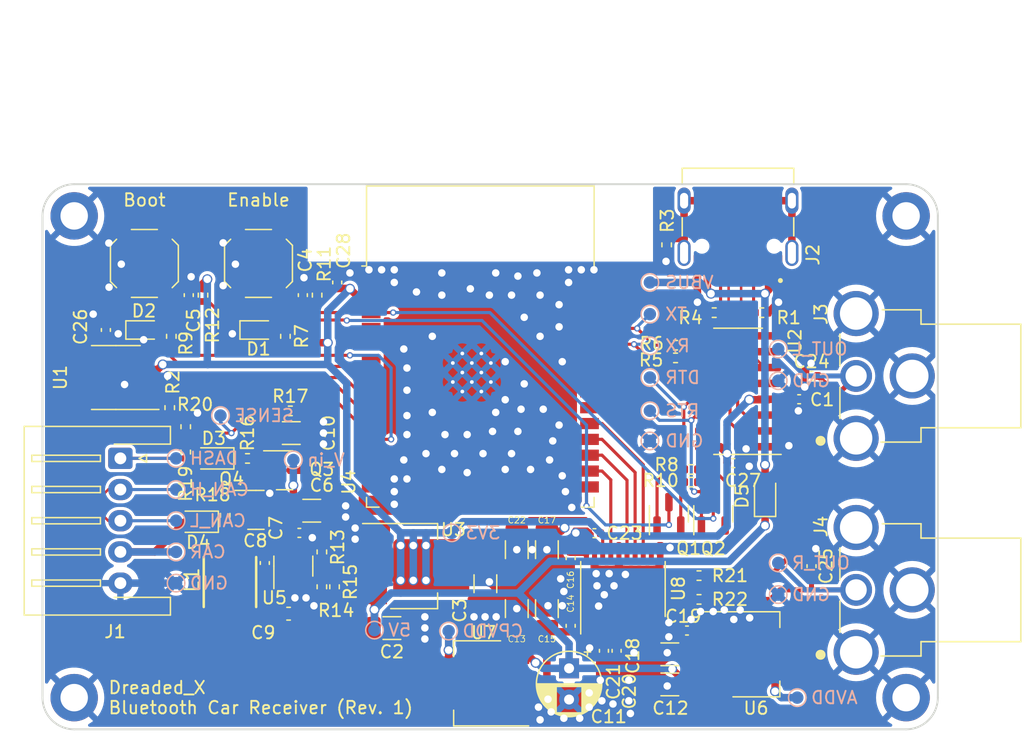
<source format=kicad_pcb>
(kicad_pcb (version 20221018) (generator pcbnew)
  (layers (0 "F.Cu" signal) (31 "B.Cu" signal) (34 "B.Paste" user) (35 "F.Paste" user) (36 "B.SilkS" user "B.Silkscreen") (37 "F.SilkS" user "F.Silkscreen") (38 "B.Mask" user) (39 "F.Mask" user) (44 "Edge.Cuts" user))
  (net 0 "")
  (net 1 "+5V")
  (net 2 "GND")
  (net 3 "+3V3")
  (net 4 "/Audio/CPVDD")
  (net 5 "/Audio/AVDD")
  (net 6 "Net-(U5-BST)")
  (net 7 "Net-(U5-SW)")
  (net 8 "Net-(Q3-G)")
  (net 9 "Net-(U8-VNEG)")
  (net 10 "Net-(U8-CAPM)")
  (net 11 "Net-(U8-LDOO)")
  (net 12 "Net-(D1-A)")
  (net 13 "Net-(D2-A)")
  (net 14 "Net-(D3-K)")
  (net 15 "Net-(D4-K)")
  (net 16 "/CTX")
  (net 17 "/CRX")
  (net 18 "Net-(J2-CC1)")
  (net 20 "Net-(J2-CC2)")
  (net 22 "/DATA")
  (net 23 "/WS")
  (net 24 "/BCK")
  (net 25 "Net-(J2-SHIELD-PadS1)")
  (net 26 "Net-(Q1-B)")
  (net 27 "Net-(Q2-B)")
  (net 28 "Net-(Q3-D)")
  (net 29 "Net-(U1-Rs)")
  (net 30 "Net-(U2-TXD)")
  (net 31 "Net-(U2-RXD)")
  (net 32 "Net-(U5-EN)")
  (net 33 "Net-(U5-FB)")
  (net 34 "Net-(U8-OUTL)")
  (net 35 "Net-(U8-OUTR)")
  (net 37 "/D+")
  (net 38 "/D-")
  (net 40 "/RX")
  (net 42 "/TX")
  (net 44 "/RTS")
  (net 45 "/DTR")
  (net 46 "/EN")
  (net 47 "/BOOT")
  (net 48 "/V_in")
  (net 56 "/DASH")
  (net 59 "/CAR")
  (net 63 "/MODE")
  (net 64 "/BLUE")
  (net 67 "/OUT_R")
  (net 68 "/OUT_L")
  (net 73 "/MUTE")
  (net 77 "/Sense")
  (net 83 "/CAN+")
  (net 84 "/CAN-")
  (net 85 "/VBUS")
  (footprint "Diode_SMD:D_SOD-323" (layer "F.Cu") (at 64.239 127.64 180)
    (fp_text reference "D3")
    (fp_text value "1N5819WS")
  )
  (footprint "Resistor_SMD:R_0402_1005Metric" (layer "F.Cu") (at 108.152 115.9593 180)
    (fp_text reference "R1")
    (fp_text value "5.1k")
  )
  (footprint "Capacitor_SMD:C_1206_3216Metric" (layer "F.Cu") (at 72.087 131.8315)
    (fp_text reference "C6")
    (fp_text value "22u")
  )
  (footprint "Capacitor_SMD:C_0402_1005Metric" (layer "F.Cu") (at 62.23 114.554 90)
    (fp_text reference "C5")
    (fp_text value "100n")
  )
  (footprint "Resistor_SMD:R_0402_1005Metric" (layer "F.Cu") (at 72.898 137.9275 -90)
    (fp_text reference "R14")
    (fp_text value "24k")
  )
  (footprint "LED_SMD:LED_0603_1608Metric" (layer "F.Cu") (at 67.818 117.348)
    (fp_text reference "D1")
    (fp_text value "Green")
  )
  (footprint "Button_Switch_SMD:SW_SPST_SKQG_WithStem" (layer "F.Cu") (at 67.818 112.014 90)
    (fp_text reference "SW1" hide)
    (fp_text value "Enable")
  )
  (footprint "Capacitor_SMD:C_0603_1608Metric" (layer "F.Cu") (at 70.231 140.0865)
    (fp_text reference "C9")
    (fp_text value "22uF")
  )
  (footprint "Resistor_SMD:R_0402_1005Metric" (layer "F.Cu") (at 63.373 114.554 90)
    (fp_text reference "R12")
    (fp_text value "10k")
  )
  (footprint "Capacitor_SMD:C_0402_1005Metric" (layer "F.Cu") (at 92.837 135.637 -90)
    (fp_text reference "C16")
    (fp_text value "100n")
  )
  (footprint "MountingHole:MountingHole_2.2mm_M2_ISO14580_Pad" (layer "F.Cu") (at 53.048 108.204)
    (fp_text reference "H1" hide)
    (fp_text value "M2")
  )
  (footprint "Package_TO_SOT_SMD:SOT-223-3_TabPin2" (layer "F.Cu") (at 85.369 145.669 180)
    (fp_text reference "U7")
    (fp_text value "AMS1117-3.3")
  )
  (footprint "Resistor_SMD:R_0402_1005Metric" (layer "F.Cu") (at 69.977 117.856 90)
    (fp_text reference "R7")
    (fp_text value "1k")
  )
  (footprint "Diode_SMD:D_SOD-323" (layer "F.Cu") (at 108.42 130.683 90)
    (fp_text reference "D5")
    (fp_text value "1N5819WS")
  )
  (footprint "Capacitor_SMD:C_1206_3216Metric" (layer "F.Cu") (at 88.519 134.952 -90)
    (fp_text reference "C22")
    (fp_text value "10u")
  )
  (footprint "Resistor_SMD:R_0402_1005Metric" (layer "F.Cu") (at 101.2432 118.5672)
    (fp_text reference "R6")
    (fp_text value "1k")
  )
  (footprint "MountingHole:MountingHole_2.2mm_M2_ISO14580_Pad" (layer "F.Cu") (at 119.723 108.204)
    (fp_text reference "H2" hide)
    (fp_text value "M2")
  )
  (footprint "Capacitor_SMD:C_0402_1005Metric" (layer "F.Cu") (at 68.326 136.0225 90)
    (fp_text reference "C8")
    (fp_text value "100n")
  )
  (footprint "Capacitor_SMD:C_0402_1005Metric" (layer "F.Cu") (at 92.837 141.056 -90)
    (fp_text reference "C14")
    (fp_text value "100n")
  )
  (footprint "Capacitor_SMD:C_0402_1005Metric" (layer "F.Cu") (at 94.742 133.633)
    (fp_text reference "C23")
    (fp_text value "100n")
  )
  (footprint "MountingHole:MountingHole_2.2mm_M2_ISO14580_Pad" (layer "F.Cu") (at 119.723 146.812)
    (fp_text reference "H3" hide)
    (fp_text value "M2")
  )
  (footprint "Resistor_SMD:R_0402_1005Metric" (layer "F.Cu") (at 61.987 125.1 90)
    (fp_text reference "R20")
    (fp_text value "20k")
  )
  (footprint "Package_TO_SOT_SMD:SOT-223-3_TabPin2" (layer "F.Cu") (at 107.6946 143.3394)
    (fp_text reference "U6")
    (fp_text value "AMS1117-3.3")
  )
  (footprint "Capacitor_SMD:C_1206_3216Metric" (layer "F.Cu") (at 70.447 125.608)
    (fp_text reference "C10")
    (fp_text value "22u")
  )
  (footprint "Package_SO:TSSOP-20_4.4x6.5mm_P0.65mm" (layer "F.Cu") (at 97.028 138.107 90)
    (fp_text reference "U8")
    (fp_text value "PCM5102A")
  )
  (footprint "Capacitor_SMD:C_0402_1005Metric" (layer "F.Cu") (at 95.504 143.06 90)
    (fp_text reference "C21")
    (fp_text value "2.2u")
  )
  (footprint "Capacitor_SMD:C_1206_3216Metric" (layer "F.Cu") (at 78.511 141.238)
    (fp_text reference "C2")
    (fp_text value "10u")
  )
  (footprint "Package_TO_SOT_SMD:SOT-23" (layer "F.Cu") (at 104.267 132.08 90)
    (fp_text reference "Q2")
    (fp_text value "S8050")
  )
  (footprint "RF_Module:ESP32-WROOM-32" (layer "F.Cu") (at 85.598 121.666)
    (fp_text reference "U4")
    (fp_text value "ESP32-WROOM-32")
  )
  (footprint "Package_TO_SOT_SMD:SOT-23" (layer "F.Cu") (at 100.711 132.08 90)
    (fp_text reference "Q1")
    (fp_text value "S8050")
  )
  (footprint "Capacitor_SMD:C_1206_3216Metric" (layer "F.Cu") (at 88.519 139.68 90)
    (fp_text reference "C13")
    (fp_text value "10u")
  )
  (footprint "Resistor_SMD:R_0402_1005Metric" (layer "F.Cu") (at 72.517 114.554 90)
    (fp_text reference "R11")
    (fp_text value "10k")
  )
  (footprint "RCJ-013:CUI_RCJ-013" (layer "F.Cu") (at 121.666 121.031 180)
    (fp_text reference "J3")
    (fp_text value "Left")
  )
  (footprint "Resistor_SMD:R_0402_1005Metric" (layer "F.Cu") (at 66.938 127.64 180)
    (fp_text reference "R16")
    (fp_text value "1k")
  )
  (footprint "Capacitor_SMD:C_1206_3216Metric" (layer "F.Cu") (at 90.932 139.68 90)
    (fp_text reference "C15")
    (fp_text value "10u")
  )
  (footprint "Resistor_SMD:R_0402_1005Metric" (layer "F.Cu") (at 102.489 129.54)
    (fp_text reference "R10")
    (fp_text value "10k")
  )
  (footprint "Package_TO_SOT_SMD:SOT-23-6" (layer "F.Cu") (at 70.612 136.271 90)
    (fp_text reference "U5")
    (fp_text value "TP6841S6-A")
  )
  (footprint "Resistor_SMD:R_0402_1005Metric" (layer "F.Cu") (at 72.898 135.1335 -90)
    (fp_text reference "R13")
    (fp_text value "100k")
  )
  (footprint "Capacitor_SMD:C_0402_1005Metric" (layer "F.Cu") (at 55.588 117.348 90)
    (fp_text reference "C26")
    (fp_text value "100n")
  )
  (footprint "Resistor_SMD:R_0402_1005Metric" (layer "F.Cu") (at 61.987 127.132 90)
    (fp_text reference "R19")
    (fp_text value "68k")
  )
  (footprint "Resistor_SMD:R_0402_1005Metric" (layer "F.Cu") (at 60.706 123.571 -90)
    (fp_text reference "R2")
    (fp_text value "10k")
  )
  (footprint "Capacitor_SMD:C_1206_3216Metric" (layer "F.Cu") (at 100.7836 143.3394 180)
    (fp_text reference "C18")
    (fp_text value "10u")
  )
  (footprint "Package_TO_SOT_SMD:SOT-23" (layer "F.Cu") (at 69.9095 128.59)
    (fp_text reference "Q3")
    (fp_text value "AO3400A")
  )
  (footprint "LED_SMD:LED_0603_1608Metric" (layer "F.Cu") (at 58.674 117.348)
    (fp_text reference "D2")
    (fp_text value "Blue")
  )
  (footprint "Package_TO_SOT_SMD:SOT-23" (layer "F.Cu") (at 67.6125 131.765)
    (fp_text reference "Q4")
    (fp_text value "AO3401A")
  )
  (footprint "RCJ-013:CUI_RCJ-013" (layer "F.Cu") (at 121.666 138.176 180)
    (fp_text reference "J4")
    (fp_text value "Right")
  )
  (footprint "Diode_SMD:D_SOD-323" (layer "F.Cu") (at 62.992 132.715 180)
    (fp_text reference "D4")
    (fp_text value "1N5819WS")
  )
  (footprint "Capacitor_SMD:C_1206_3216Metric" (layer "F.Cu") (at 86.004 137.682 -90)
    (fp_text reference "C3")
    (fp_text value "10u")
  )
  (footprint "Resistor_SMD:R_0402_1005Metric" (layer "F.Cu") (at 70.369 123.83)
    (fp_text reference "R17")
    (fp_text value "100k")
  )
  (footprint "custom:IND-SMD_L4.0-W4.0_FNR40XXS" (layer "F.Cu") (at 65.532 137.5465 -90)
    (fp_text reference "L1")
    (fp_text value "75u" hide)
  )
  (footprint "Capacitor_SMD:C_0402_1005Metric" (layer "F.Cu") (at 102.1596 141.4344 180)
    (fp_text reference "C19")
    (fp_text value "100n")
  )
  (footprint "Resistor_SMD:R_0402_1005Metric" (layer "F.Cu") (at 103.124 138.938)
    (fp_text reference "R22")
    (fp_text value "470")
  )
  (footprint "Capacitor_SMD:C_0402_1005Metric" (layer "F.Cu") (at 74.13 113.538 90)
    (fp_text reference "C28")
    (fp_text value "100n")
  )
  (footprint "Capacitor_THT:CP_Radial_D5.0mm_P2.50mm" (layer "F.Cu") (at 92.71 144.463888 -90)
    (fp_text reference "C11")
    (fp_text value "470u")
  )
  (footprint "Connector_JST:JST_XH_S5B-XH-A-1_1x05_P2.50mm_Horizontal" (layer "F.Cu") (at 56.7504 127.635 -90)
    (fp_text reference "J1")
    (fp_text value "Conn_01x05_Male")
  )
  (footprint "Resistor_SMD:R_0402_1005Metric" (layer "F.Cu") (at 100.532 110.5223 -90)
    (fp_text reference "R3")
    (fp_text value "1M")
  )
  (footprint "Package_TO_SOT_SMD:SOT-223-3_TabPin2" (layer "F.Cu") (at 80.264 136.271)
    (fp_text reference "U3")
    (fp_text value "AMS1117-3.3")
  )
  (footprint "Capacitor_SMD:C_1206_3216Metric" (layer "F.Cu") (at 90.932 134.952 -90)
    (fp_text reference "C17")
    (fp_text value "10u")
  )
  (footprint "Resistor_SMD:R_0402_1005Metric" (layer "F.Cu") (at 102.489 128.524)
    (fp_text reference "R8")
    (fp_text value "10k")
  )
  (footprint "Capacitor_SMD:C_0402_1005Metric" (layer "F.Cu") (at 112.141 121.031)
    (fp_text reference "C24")
    (fp_text value "2.2n")
  )
  (footprint "Capacitor_SMD:C_0402_1005Metric" (layer "F.Cu") (at 111.148 122.897781 180)
    (fp_text reference "C1")
    (fp_text value "100n")
  )
  (footprint "Resistor_SMD:R_0402_1005Metric" (layer "F.Cu") (at 65.151 132.205 90)
    (fp_text reference "R18")
    (fp_text value "100k")
  )
  (footprint "Button_Switch_SMD:SW_SPST_SKQG_WithStem" (layer "F.Cu") (at 58.674 112.014 90)
    (fp_text reference "SW2" hide)
    (fp_text value "Boot")
  )
  (footprint "Resistor_SMD:R_0402_1005Metric" (layer "F.Cu") (at 101.2432 119.5832)
    (fp_text reference "R5")
    (fp_text value "1k")
  )
  (footprint "Resistor_SMD:R_0402_1005Metric" (layer "F.Cu") (at 73.914 137.9275 -90)
    (fp_text reference "R15")
    (fp_text value "120k")
  )
  (footprint "Capacitor_SMD:C_0402_1005Metric" (layer "F.Cu") (at 112.141 136.271 -90)
    (fp_text reference "C25")
    (fp_text value "2.2n")
  )
  (footprint "Capacitor_SMD:C_0402_1005Metric" (layer "F.Cu") (at 71.092 133.6095 180)
    (fp_text reference "C7")
    (fp_text value "100n")
  )
  (footprint "Resistor_SMD:R_0402_1005Metric" (layer "F.Cu") (at 104.342 115.9593 180)
    (fp_text reference "R4")
    (fp_text value "5.1k")
  )
  (footprint "Package_SO:SOIC-16_3.9x9.9mm_P1.27mm" (layer "F.Cu") (at 106.257 122.262781 180)
    (fp_text reference "U2")
    (fp_text value "CH340C")
  )
  (footprint "Capacitor_SMD:C_1206_3216Metric" (layer "F.Cu") (at 100.7836 145.7524 180)
    (fp_text reference "C12")
    (fp_text value "10u")
  )
  (footprint "31-M-12:HRO_TYPE-C-31-M-12" (layer "F.Cu") (at 106.247 106.9848 180)
    (fp_text reference "J2")
    (fp_text value "USB-C")
  )
  (footprint "Resistor_SMD:R_0402_1005Metric" (layer "F.Cu") (at 60.833 117.856 90)
    (fp_text reference "R9")
    (fp_text value "1k")
  )
  (footprint "Package_SO:SOIC-8_3.9x4.9mm_P1.27mm" (layer "F.Cu") (at 56.388 121.158 180)
    (fp_text reference "U1")
    (fp_text value "SN65HVD230")
  )
  (footprint "Resistor_SMD:R_0402_1005Metric" (layer "F.Cu") (at 103.124 137.033 180)
    (fp_text reference "R21")
    (fp_text value "470")
  )
  (footprint "Capacitor_SMD:C_0402_1005Metric" (layer "F.Cu") (at 105.88 128.016)
    (fp_text reference "C27")
    (fp_text value "100n")
  )
  (footprint "Capacitor_SMD:C_0402_1005Metric" (layer "F.Cu") (at 96.52 143.06 90)
    (fp_text reference "C20")
    (fp_text value "2.2u")
  )
  (footprint "MountingHole:MountingHole_2.2mm_M2_ISO14580_Pad" (layer "F.Cu") (at 53.048 146.812)
    (fp_text reference "H4" hide)
    (fp_text value "M2")
  )
  (footprint "Capacitor_SMD:C_0402_1005Metric" (layer "F.Cu") (at 71.374 114.554 90)
    (fp_text reference "C4")
    (fp_text value "100n")
  )
  (footprint "TestPoint:TestPoint_Pad_D1.0mm" (layer "B.Cu") (at 99.187 126.238 180)
    (fp_text reference "TP19" hide)
    (fp_text value "GND")
  )
  (footprint "TestPoint:TestPoint_Pad_D1.0mm" (layer "B.Cu") (at 99.187 113.538 -90)
    (fp_text reference "TP18" hide)
    (fp_text value "VBUS")
  )
  (footprint "TestPoint:TestPoint_Pad_D1.0mm" (layer "B.Cu") (at 99.187 118.618 -90)
    (fp_text reference "TP14" hide)
    (fp_text value "RX")
  )
  (footprint "TestPoint:TestPoint_Pad_D1.0mm" (layer "B.Cu") (at 99.187 116.078 -90)
    (fp_text reference "TP15" hide)
    (fp_text value "TX")
  )
  (footprint "TestPoint:TestPoint_Pad_D1.0mm" (layer "B.Cu") (at 99.187 121.158 -90)
    (fp_text reference "TP16" hide)
    (fp_text value "DTR")
  )
  (footprint "TestPoint:TestPoint_Pad_D1.0mm" (layer "B.Cu") (at 109.474 121.412 -90)
    (fp_text reference "TP8" hide)
    (fp_text value "GND")
  )
  (footprint "TestPoint:TestPoint_Pad_D1.0mm" (layer "B.Cu") (at 83.312 133.604 -90)
    (fp_text reference "TP2" hide)
    (fp_text value "3V3")
  )
  (footprint "TestPoint:TestPoint_Pad_D1.0mm" (layer "B.Cu") (at 109.474 118.872 -90)
    (fp_text reference "TP9" hide)
    (fp_text value "OUT_L")
  )
  (footprint "TestPoint:TestPoint_Pad_D1.0mm" (layer "B.Cu") (at 61.214 135.135 -90)
    (fp_text reference "TP5" hide)
    (fp_text value "CAR")
  )
  (footprint "TestPoint:TestPoint_Pad_D1.0mm" (layer "B.Cu") (at 61.214 130.135 -90)
    (fp_text reference "TP12" hide)
    (fp_text value "CAN_H")
  )
  (footprint "TestPoint:TestPoint_Pad_D1.0mm" (layer "B.Cu") (at 61.214 132.635 -90)
    (fp_text reference "TP13" hide)
    (fp_text value "CAN_L")
  )
  (footprint "TestPoint:TestPoint_Pad_D1.0mm" (layer "B.Cu") (at 99.187 123.825 -90)
    (fp_text reference "TP17" hide)
    (fp_text value "RTS")
  )
  (footprint "TestPoint:TestPoint_Pad_D1.0mm" (layer "B.Cu") (at 61.214 137.635 -90)
    (fp_text reference "TP1" hide)
    (fp_text value "GND")
  )
  (footprint "TestPoint:TestPoint_Pad_D1.0mm" (layer "B.Cu") (at 110.998 146.812 -90)
    (fp_text reference "TP20" hide)
    (fp_text value "AVDD")
  )
  (footprint "TestPoint:TestPoint_Pad_D1.0mm" (layer "B.Cu") (at 83.058 141.478 -90)
    (fp_text reference "TP21" hide)
    (fp_text value "CPVDD")
  )
  (footprint "TestPoint:TestPoint_Pad_D1.0mm" (layer "B.Cu") (at 70.612 127.762 -90)
    (fp_text reference "TP4" hide)
    (fp_text value "V_in")
  )
  (footprint "TestPoint:TestPoint_Pad_D1.0mm" (layer "B.Cu") (at 109.474 136.017 -90)
    (fp_text reference "TP10" hide)
    (fp_text value "OUT_R")
  )
  (footprint "TestPoint:TestPoint_Pad_D1.0mm" (layer "B.Cu") (at 61.214 127.635 -90)
    (fp_text reference "TP6" hide)
    (fp_text value "DASH")
  )
  (footprint "TestPoint:TestPoint_Pad_D1.0mm" (layer "B.Cu") (at 77.113545 141.39987 -90)
    (fp_text reference "TP3" hide)
    (fp_text value "5V")
  )
  (footprint "TestPoint:TestPoint_Pad_D1.0mm" (layer "B.Cu") (at 64.77 124.206 -90)
    (fp_text reference "TP7" hide)
    (fp_text value "SENSE")
  )
  (footprint "TestPoint:TestPoint_Pad_D1.0mm" (layer "B.Cu") (at 109.474 138.557 -90)
    (fp_text reference "TP11" hide)
    (fp_text value "GND")
  )
  (gr_arc (start 119.723 105.664) (mid 121.519051 106.407949) (end 122.263 108.204) (stroke (width 0.15)) (layer "Edge.Cuts"))
  (gr_line (start 119.723 105.664) (end 53.048 105.664) (stroke (width 0.15)) (layer "Edge.Cuts"))
  (gr_arc (start 53.048 149.352) (mid 51.251949 148.608051) (end 50.508 146.812) (stroke (width 0.15)) (layer "Edge.Cuts"))
  (gr_line (start 122.263 146.812) (end 122.263 108.204) (stroke (width 0.15)) (layer "Edge.Cuts"))
  (gr_line (start 53.048 149.352) (end 119.723 149.352) (stroke (width 0.15)) (layer "Edge.Cuts"))
  (gr_arc (start 122.263 146.812) (mid 121.519051 148.608051) (end 119.723 149.352) (stroke (width 0.15)) (layer "Edge.Cuts"))
  (gr_arc (start 50.508 108.204) (mid 51.251949 106.407949) (end 53.048 105.664) (stroke (width 0.15)) (layer "Edge.Cuts"))
  (gr_line (start 50.508 108.204) (end 50.508 146.812) (stroke (width 0.15)) (layer "Edge.Cuts"))
  (gr_text "Dreaded_X\nBluetooth Car Receiver (Rev. 1)" (at 55.715 146.812) (layer "F.SilkS") (effects (font (size 1 1)) (justify left)))
  (segment (start 108.42 133.007) (end 108.406 133.021) (width 0.6) (layer "F.Cu") (net 1))
  (segment (start 104.4316 145.7524) (end 104.5446 145.6394) (width 0.6) (layer "F.Cu") (net 1))
  (segment (start 69.977 141.351) (end 73.914 141.351) (width 0.6) (layer "F.Cu") (net 1))
  (segment (start 76.923 141.351) (end 77.036 141.238) (width 0.6) (layer "F.Cu") (net 1))
  (segment (start 77.114 138.571) (end 77.114 141.16) (width 0.6) (layer "F.Cu") (net 1))
  (segment (start 102.2586 145.7524) (end 102.1914 145.7524) (width 0.6) (layer "F.Cu") (net 1))
  (segment (start 69.456 140.0865) (end 69.456 140.83) (width 0.6) (layer "F.Cu") (net 1))
  (segment (start 69.456 140.83) (end 69.977 141.351) (width 0.6) (layer "F.Cu") (net 1))
  (segment (start 77.114 141.16) (end 77.036 141.238) (width 0.6) (layer "F.Cu") (net 1))
  (segment (start 102.1914 145.7524) (end 100.965 144.526) (width 0.6) (layer "F.Cu") (net 1))
  (segment (start 102.2586 145.7524) (end 104.4316 145.7524) (width 0.6) (layer "F.Cu") (net 1))
  (segment (start 73.914 141.351) (end 76.923 141.351) (width 0.6) (layer "F.Cu") (net 1))
  (segment (start 108.42 131.733) (end 108.42 133.007) (width 0.6) (layer "F.Cu") (net 1))
  (segment (start 73.914 138.4375) (end 73.914 141.351) (width 0.25) (layer "F.Cu") (net 1))
  (segment (start 88.519 143.369) (end 88.519 141.155) (width 0.6) (layer "F.Cu") (net 1))
  (segment (start 88.519 143.369) (end 89.3835 143.369) (width 0.6) (layer "F.Cu") (net 1))
  (segment (start 89.3835 143.369) (end 90.0325 144.018) (width 0.6) (layer "F.Cu") (net 1))
  (via (at 108.406 133.021) (size 0.8) (drill 0.6) (layers "F.Cu" "B.Cu") (net 1))
  (via (at 90.0325 144.018) (size 0.8) (drill 0.6) (layers "F.Cu" "B.Cu") (net 1))
  (via (at 77.114 139.764) (size 0.8) (drill 0.6) (layers "F.Cu" "B.Cu") (net 1))
  (via (at 100.965 144.526) (size 0.8) (drill 0.6) (layers "F.Cu" "B.Cu") (net 1))
  (segment (start 77.113545 141.39987) (end 77.113545 139.74887) (width 0.6) (layer "B.Cu") (net 1))
  (segment (start 100.902888 144.463888) (end 92.71 144.463888) (width 0.6) (layer "B.Cu") (net 1))
  (segment (start 90.615888 144.463888) (end 92.71 144.463888) (width 0.6) (layer "B.Cu") (net 1))
  (segment (start 90.17 144.018) (end 90.615888 144.463888) (width 0.6) (layer "B.Cu") (net 1))
  (segment (start 91.186 135.89) (end 105.537 135.89) (width 0.6) (layer "B.Cu") (net 1))
  (segment (start 88.646 138.43) (end 79.21 138.43) (width 0.6) (layer "B.Cu") (net 1))
  (segment (start 92.71 144.463888) (end 92.71 142.494) (width 0.6) (layer "B.Cu") (net 1))
  (segment (start 77.114 139.764) (end 78.448 138.43) (width 0.6) (layer "B.Cu") (net 1))
  (segment (start 88.646 138.43) (end 91.186 135.89) (width 0.6) (layer "B.Cu") (net 1))
  (segment (start 92.71 142.494) (end 88.646 138.43) (width 0.6) (layer "B.Cu") (net 1))
  (segment (start 78.448 138.43) (end 79.21 138.43) (width 0.6) (layer "B.Cu") (net 1))
  (segment (start 100.965 144.526) (end 100.902888 144.463888) (width 0.6) (layer "B.Cu") (net 1))
  (segment (start 90.0325 144.018) (end 90.17 144.018) (width 0.6) (layer "B.Cu") (net 1))
  (segment (start 105.537 135.89) (end 108.406 133.021) (width 0.6) (layer "B.Cu") (net 1))
  (segment (start 109.497 115.1243) (end 108.662 115.9593) (width 0.6) (layer "F.Cu") (net 2))
  (segment (start 100.403 134.7945) (end 100.00252 135.19498) (width 0.6) (layer "F.Cu") (net 2))
  (segment (start 56.807 110.092) (end 56.113 110.092) (width 0.6) (layer "F.Cu") (net 2))
  (segment (start 57.1628 121.793) (end 57.0866 121.7168) (width 0.6) (layer "F.Cu") (net 2))
  (segment (start 56.824 114.266) (end 56.189 114.266) (width 0.6) (layer "F.Cu") (net 2))
  (segment (start 62.23 114.074) (end 62.23 113.2714) (width 0.6) (layer "F.Cu") (net 2))
  (segment (start 112.141 135.791) (end 112.141 135.217) (width 0.6) (layer "F.Cu") (net 2))
  (segment (start 59.779 121.793) (end 60.541 121.031) (width 0.6) (layer "F.Cu") (net 2))
  (segment (start 111.628 123.284) (end 111.087 123.825) (width 0.6) (layer "F.Cu") (net 2))
  (segment (start 102.997 115.1243) (end 103.832 115.9593) (width 0.6) (layer "F.Cu") (net 2))
  (segment (start 58.863 121.793) (end 59.779 121.793) (width 0.6) (layer "F.Cu") (net 2))
  (segment (start 111.595 121.097) (end 111.661 121.031) (width 0.6) (layer "F.Cu") (net 2))
  (segment (start 86.004 139.157) (end 87.567 139.157) (width 0.6) (layer "F.Cu") (net 2))
  (segment (start 112.141 135.217) (end 112.484 134.874) (width 0.6) (layer "F.Cu") (net 2))
  (segment (start 65.968 110.075) (end 65.274 110.075) (width 0.6) (layer "F.Cu") (net 2))
  (segment (start 56.5786 117.6528) (end 56.8834 117.348) (width 0.6) (layer "F.Cu") (net 2))
  (segment (start 87.567 139.157) (end 88.519 138.205) (width 0.6) (layer "F.Cu") (net 2))
  (segment (start 65.333 114.139) (end 64.986 113.792) (width 0.6) (layer "F.Cu") (net 2))
  (segment (start 55.362 116.868) (end 54.572 116.078) (width 0.6) (layer "F.Cu") (net 2))
  (segment (start 71.572 133.6095) (end 71.746402 133.6095) (width 0.6) (layer "F.Cu") (net 2))
  (segment (start 65.968 114.139) (end 65.968 115.114) (width 0.6) (layer "F.Cu") (net 2))
  (segment (start 88.519 138.205) (end 86.9965 138.205) (width 0.6) (layer "F.Cu") (net 2))
  (segment (start 65.968 108.914) (end 65.968 110.075) (width 0.6) (layer "F.Cu") (net 2))
  (segment (start 100.532 111.796781) (end 100.48 111.848781) (width 0.6) (layer "F.Cu") (net 2))
  (segment (start 94.3556 142.302249) (end 94.9906 141.667249) (width 0.6) (layer "F.Cu") (net 2))
  (segment (start 56.824 108.914) (end 56.824 115.114) (width 0.6) (layer "F.Cu") (net 2))
  (segment (start 57.8865 117.348) (end 57.8865 117.400442) (width 0.6) (layer "F.Cu") (net 2))
  (segment (start 58.863 121.793) (end 57.1628 121.793) (width 0.6) (layer "F.Cu") (net 2))
  (segment (start 74.13 113.058) (end 74.864 113.058) (width 0.6) (layer "F.Cu") (net 2))
  (segment (start 109.497 112.0798) (end 109.497 115.1243) (width 0.6) (layer "F.Cu") (net 2))
  (segment (start 55.588 116.868) (end 55.362 116.868) (width 0.6) (layer "F.Cu") (net 2))
  (segment (start 94.3556 142.8314) (end 94.3556 142.302249) (width 0.6) (layer "F.Cu") (net 2))
  (segment (start 111.628 122.897781) (end 111.628 121.953) (width 0.6) (layer "F.Cu") (net 2))
  (segment (start 107.15 127.127) (end 106.896 126.873) (width 0.6) (layer "F.Cu") (net 2))
  (segment (start 66.0274 117.348) (end 65.7226 117.6528) (width 0.6) (layer "F.Cu") (net 2))
  (segment (start 65.968 114.139) (end 65.333 114.139) (width 0.6) (layer "F.Cu") (net 2))
  (segment (start 75.4 112.522) (end 75.146 112.776) (width 0.6) (layer "F.Cu") (net 2))
  (segment (start 65.274 110.075) (end 64.986 110.363) (width 0.6) (layer "F.Cu") (net 2))
  (segment (start 106.896 128.016) (end 107.15 128.27) (width 0.6) (layer "F.Cu") (net 2))
  (segment (start 68.972 130.182) (end 68.72 130.434) (width 0.6) (layer "F.Cu") (net 2))
  (segment (start 110.236219 126.707781) (end 110.325 126.619) (width 0.6) (layer "F.Cu") (net 2))
  (segment (start 71.922 125.608) (end 71.922 124.873) (width 0.6) (layer "F.Cu") (net 2))
  (segment (start 100.403 134.7945) (end 100.798 134.7945) (width 0.6) (layer "F.Cu") (net 2))
  (segment (start 111.628 121.953) (end 111.595 121.92) (width 0.6) (layer "F.Cu") (net 2))
  (segment (start 86.9965 138.205) (end 86.322 137.5305) (width 0.6) (layer "F.Cu") (net 2))
  (segment (start 57.8865 117.400442) (end 58.614216 118.128158) (width 0.6) (layer "F.Cu") (net 2))
  (segment (start 74.864 113.058) (end 75.146 112.776) (width 0.6) (layer "F.Cu") (net 2))
  (segment (start 111.661 120.457) (end 112.103 120.015) (width 0.6) (layer "F.Cu") (net 2))
  (segment (start 71.746402 133.6095) (end 72.131701 133.994799) (width 0.6) (layer "F.Cu") (net 2))
  (segment (start 62.23 113.2714) (end 62.4206 113.0808) (width 0.6) (layer "F.Cu") (net 2))
  (segment (start 56.4034 116.868) (end 56.8834 117.348) (width 0.6) (layer "F.Cu") (net 2))
  (segment (start 56.189 114.266) (end 55.842 113.919) (width 0.6) (layer "F.Cu") (net 2))
  (segment (start 71.374 113.246) (end 71.463 113.157) (width 0.6) (layer "F.Cu") (net 2))
  (segment (start 100.00252 135.19498) (end 100.00252 135.2445) (width 0.6) (layer "F.Cu") (net 2))
  (segment (start 95.0642 143.54) (end 94.3556 142.8314) (width 0.6) (layer "F.Cu") (net 2))
  (segment (start 67.0305 117.348) (end 66.0274 117.348) (width 0.6) (layer "F.Cu") (net 2))
  (segment (start 111.628 122.897781) (end 111.628 123.284) (width 0.6) (layer "F.Cu") (net 2))
  (segment (start 111.595 121.92) (end 111.595 121.097) (width 0.6) (layer "F.Cu") (net 2))
  (segment (start 107.15 128.27) (end 107.15 127.127) (width 0.6) (layer "F.Cu") (net 2))
  (segment (start 107.061219 126.707781) (end 106.896 126.873) (width 0.6) (layer "F.Cu") (net 2))
  (segment (start 108.732 126.707781) (end 110.236219 126.707781) (width 0.6) (layer "F.Cu") (net 2))
  (segment (start 106.36 128.016) (end 106.896 128.016) (width 0.6) (layer "F.Cu") (net 2))
  (segment (start 111.661 121.031) (end 111.661 120.457) (width 0.6) (layer "F.Cu") (net 2))
  (segment (start 106.896 127.48) (end 106.36 128.016) (width 0.6) (layer "F.Cu") (net 2))
  (segment (start 65.968 110.075) (end 65.968 114.139) (width 0.6) (layer "F.Cu") (net 2))
  (segment (start 56.113 110.092) (end 55.825 110.38) (width 0.6) (layer "F.Cu") (net 2))
  (segment (start 106.896 126.873) (end 106.896 127.48) (width 0.6) (layer "F.Cu") (net 2))
  (segment (start 61.987 124.59) (end 62.3414 124.59) (width 0.6) (layer "F.Cu") (net 2))
  (segment (start 108.732 126.707781) (end 107.061219 126.707781) (width 0.6) (layer "F.Cu") (net 2))
  (segment (start 95.504 143.54) (end 95.0642 143.54) (width 0.6) (layer "F.Cu") (net 2))
  (segment (start 76.67 112.522) (end 75.4 112.522) (width 0.6) (layer "F.Cu") (net 2))
  (segment (start 100.532 111.0323) (end 100.532 111.796781) (width 0.6) (layer "F.Cu") (net 2))
  (segment (start 55.588 116.868) (end 56.4034 116.868) (width 0.6) (layer "F.Cu") (net 2))
  (segment (start 71.922 124.873) (end 70.879 123.83) (width 0.6) (layer "F.Cu") (net 2))
  (segment (start 71.374 114.074) (end 71.374 113.246) (width 0.6) (layer "F.Cu") (net 2))
  (segment (start 68.972 129.54) (end 68.972 130.182) (width 0.6) (layer "F.Cu") (net 2))
  (segment (start 102.997 112.0798) (end 102.997 115.1243) (width 0.6) (layer "F.Cu") (net 2))
  (segment (start 62.3414 124.59) (end 62.9286 124.0028) (width 0.6) (layer "F.Cu") (net 2))
  (segment (start 92.837 140.576) (end 92.837 140.119) (width 0.6) (layer "F.Cu") (net 2))
  (segment (start 57.8865 117.348) (end 56.8834 117.348) (width 0.6) (layer "F.Cu") (net 2))
  (via (at 79.464 127.762) (size 0.8) (drill 0.6) (layers "F.Cu" "B.Cu") (net 2))
  (via (at 76.67 112.522) (size 0.8) (drill 0.6) (layers "F.Cu" "B.Cu") (net 2))
  (via (at 81.75 117.856) (size 0.8) (drill 0.6) (layers "F.Cu" "B.Cu") (net 2))
  (via (at 88.1 114.554) (size 0.8) (drill 0.6) (layers "F.Cu" "B.Cu") (net 2))
  (via (at 88.608 113.03) (size 0.8) (drill 0.6) (layers "F.Cu" "B.Cu") (net 2))
  (via (at 89.116 121.666) (size 0.8) (drill 0.6) (layers "F.Cu" "B.Cu") (net 2))
  (via (at 85.814 127.254) (size 0.8) (drill 0.6) (layers "F.Cu" "B.Cu") (net 2))
  (via (at 95.078 139.4745) (size 0.8) (drill 0.6) (layers "F.Cu" "B.Cu") (net 2))
  (via (at 65.968 112.0734) (size 0.8) (drill 0.6) (layers "F.Cu" "B.Cu") (net 2))
  (via (at 112.103 120.015) (size 0.8) (drill 0.6) (layers "F.Cu" "B.Cu") (net 2))
  (via (at 93.688 112.522) (size 0.8) (drill 0.6) (layers "F.Cu" "B.Cu") (net 2))
  (via (at 92.926 131.572) (size 0.8) (drill 0.6) (layers "F.Cu" "B.Cu") (net 2))
  (via (at 70.739 138.8165) (size 0.8) (drill 0.6) (layers "F.Cu" "B.Cu") (net 2))
  (via (at 82.766 125.73) (size 0.8) (drill 0.6) (layers "F.Cu" "B.Cu") (net 2))
  (via (at 74.803 131.445) (size 0.8) (drill 0.6) (layers "F.Cu" "B.Cu") (net 2))
  (via (at 72.263 139.4515) (size 0.8) (drill 0.6) (layers "F.Cu" "B.Cu") (net 2))
  (via (at 102.4836 140.5454) (size 0.8) (drill 0.6) (layers "F.Cu" "B.Cu") (net 2))
  (via (at 100.5786 143.2124) (size 0.8) (drill 0.6) (layers "F.Cu" "B.Cu") (net 2))
  (via (at 88.519 134.952) (size 0.8) (drill 0.6) (layers "F.Cu" "B.Cu") (net 2))
  (via (at 90.386 117.856) (size 0.8) (drill 0.6) (layers "F.Cu" "B.Cu") (net 2))
  (via (at 92.164 129.032) (size 0.8) (drill 0.6) (layers "F.Cu" "B.Cu") (net 2))
  (via (at 97.498 147.066) (size 0.8) (drill 0.6) (layers "F.Cu" "B.Cu") (net 2))
  (via (at 79.718 120.396) (size 0.8) (drill 0.6) (layers "F.Cu" "B.Cu") (net 2))
  (via (at 94.704 112.522) (size 0.8) (drill 0.6) (layers "F.Cu" "B.Cu") (net 2))
  (via (at 54.572 116.078) (size 0.8) (drill 0.6) (layers "F.Cu" "B.Cu") (net 2))
  (via (at 92.672 112.522) (size 0.8) (drill 0.6) (layers "F.Cu" "B.Cu") (net 2))
  (via (at 95.212 145.415) (size 0.8) (drill 0.6) (layers "F.Cu" "B.Cu") (net 2))
  (via (at 56.5786 117.6528) (size 0.8) (drill 0.6) (layers "F.Cu" "B.Cu") (net 2))
  (via (at 82.512 114.554) (size 0.8) (drill 0.6) (layers "F.Cu" "B.Cu") (net 2))
  (via (at 92.672 113.538) (size 0.8) (drill 0.6) (layers "F.Cu" "B.Cu") (net 2))
  (via (at 94.3556 142.8314) (size 0.8) (drill 0.6) (layers "F.Cu" "B.Cu") (net 2))
  (via (at 100.7056 140.7994) (size 0.8) (drill 0.6) (layers "F.Cu" "B.Cu") (net 2))
  (via (at 111.087 123.825) (size 0.8) (drill 0.6) (layers "F.Cu" "B.Cu") (net 2))
  (via (at 88.862 123.698) (size 0.8) (drill 0.6) (layers "F.Cu" "B.Cu") (net 2))
  (via (at 73.025 125.603) (size 0.8) (drill 0.6) (layers "F.Cu" "B.Cu") (net 2))
  (via (at 84.798 114.046) (size 0.8) (drill 0.6) (layers "F.Cu" "B.Cu") (net 2))
  (via (at 111.595 121.92) (size 0.8) (drill 0.6) (layers "F.Cu" "B.Cu") (net 2))
  (via (at 110.325 126.619) (size 0.8) (drill 0.6) (layers "F.Cu" "B.Cu") (net 2))
  (via (at 64.986 113.792) (size 0.8) (drill 0.6) (layers "F.Cu" "B.Cu") (net 2))
  (via (at 80.48 114.3) (size 0.8) (drill 0.6) (layers "F.Cu" "B.Cu") (net 2))
  (via (at 90.386 148.59) (size 0.8) (drill 0.6) (layers "F.Cu" "B.Cu") (net 2))
  (via (at 92.164 139.446) (size 0.8) (drill 0.6) (layers "F.Cu" "B.Cu") (net 2))
  (via (at 81.153 140.335) (size 0.8) (drill 0.6) (layers "F.Cu" "B.Cu") (net 2))
  (via (at 102.997 115.1243) (size 0.8) (drill 0.6) (layers "F.Cu" "B.Cu") (net 2))
  (via (at 97.223 136.9395) (size 0.8) (drill 0.6) (layers "F.Cu" "B.Cu") (net 2))
  (via (at 73.025 126.492) (size 0.8) (drill 0.6) (layers "F.Cu" "B.Cu") (net 2))
  (via (at 90.64 123.698) (size 0.8) (drill 0.6) (layers "F.Cu" "B.Cu") (net 2))
  (via (at 86.83 112.776) (size 0.8) (drill 0.6) (layers "F.Cu" "B.Cu") (net 2))
  (via (at 91.91 115.316) (size 0.8) (drill 0.6) (layers "F.Cu" "B.Cu") (net 2))
  (via (at 79.464 118.872) (size 0.8) (drill 0.6) (layers "F.Cu" "B.Cu") (net 2))
  (via (at 81.75 123.952) (size 0.8) (drill 0.6) (layers "F.Cu" "B.Cu") (net 2))
  (via (at 71.628 138.8165) (size 0.8) (drill 0.6) (layers "F.Cu" "B.Cu") (net 2))
  (via (at 93.252672 133.613577) (size 0.8) (drill 0.6) (layers "F.Cu" "B.Cu") (net 2))
  (via (at 82.512 112.776) (size 0.8) (drill 0.6) (layers "F.Cu" "B.Cu") (net 2))
  (via (at 89.624 128.524) (size 0.8) (drill 0.6) (layers "F.Cu" "B.Cu") (net 2))
  (via (at 86.868 140.335) (size 0.8) (drill 0.6) (layers "F.Cu" "B.Cu") (net 2))
  (via (at 81.153 141.224) (size 0.8) (drill 0.6) (layers "F.Cu" "B.Cu") (net 2))
  (via (at 73.025 124.714) (size 0.8) (drill 0.6) (layers "F.Cu" "B.Cu") (net 2))
  (via (at 77.686 112.522) (size 0.8) (drill 0.6) (layers "F.Cu" "B.Cu") (net 2))
  (via (at 87.592 128.524) (size 0.8) (drill 0.6) (layers "F.Cu" "B.Cu") (net 2))
  (via (at 92.291 138.303) (size 0.8) (drill 0.6) (layers "F.Cu" "B.Cu") (net 2))
  (via (at 100.7056 141.9424) (size 0.8) (drill 0.6) (layers "F.Cu" "B.Cu") (net 2))
  (via (at 81.242 127.254) (size 0.8) (drill 0.6) (layers "F.Cu" "B.Cu") (net 2))
  (via (at 85.09 140.335) (size 0.8) (drill 0.6) (layers "F.Cu" "B.Cu") (net 2))
  (via (at 112.484 134.874) (size 0.8) (drill 0.6) (layers "F.Cu" "B.Cu") (net 2))
  (via (at 68.72 130.434) (size 0.8) (drill 0.6) (layers "F.Cu" "B.Cu") (net 2))
  (via (at 55.825 110.38) (size 0.8) (drill 0.6) (layers "F.Cu" "B.Cu") (net 2))
  (via (at 91.91 124.968) (size 0.8) (drill 0.6) (layers "F.Cu" "B.Cu") (net 2))
  (via (at 91.021 139.446) (size 0.8) (drill 0.6) (layers "F.Cu" "B.Cu") (net 2))
  (via (at 64.986 110.363) (size 0.8) (drill 0.6) (layers "F.Cu" "B.Cu") (net 2))
  (via (at 56.824 112.0734) (size 0.8) (drill 0.6) (layers "F.Cu" "B.Cu") (net 2))
  (via (at 100.798 134.7945) (size 0.8) (drill 0.6) (layers "F.Cu" "B.Cu") (net 2))
  (via (at 91.402 126.238) (size 0.8) (drill 0.6) (layers "F.Cu" "B.Cu") (net 2))
  (via (at 62.4206 113.0808) (size 0.8) (drill 0.6) (layers "F.Cu" "B.Cu") (net 2))
  (via (at 97.9116 143.2124) (size 0.8) (drill 0.6) (layers "F.Cu" "B.Cu") (net 2))
  (via (at 93.561 148.463) (size 0.8) (drill 0.6) (layers "F.Cu" "B.Cu") (net 2))
  (via (at 84.544 125.73) (size 0.8) (drill 0.6) (layers "F.Cu" "B.Cu") (net 2))
  (via (at 100.48 111.848781) (size 0.8) (drill 0.6) (layers "F.Cu" "B.Cu") (net 2))
  (via (at 106.896 126.873) (size 0.8) (drill 0.6) (layers "F.Cu" "B.Cu") (net 2))
  (via (at 94.948 137.8495) (size 0.8) (drill 0.6) (layers "F.Cu" "B.Cu") (net 2))
  (via (at 78.702 112.522) (size 0.8) (drill 0.6) (layers "F.Cu" "B.Cu") (net 2))
  (via (at 107.15 128.27) (size 0.8) (drill 0.6) (layers "F.Cu" "B.Cu") (net 2))
  (via (at 87.592 119.888) (size 0.8) (drill 0.6) (layers "F.Cu" "B.Cu") (net 2))
  (via (at 72.131701 133.994799) (size 0.8) (drill 0.6) (layers "F.Cu" "B.Cu") (net 2))
  (via (at 58.614216 118.128158) (size 0.8) (drill 0.6) (layers "F.Cu" "B.Cu") (net 2))
  (via (at 91.148 127.762) (size 0.8) (drill 0.6) (layers "F.Cu" "B.Cu") (net 2))
  (via (at 90.386 114.554) (size 0.8) (drill 0.6) (layers "F.Cu" "B.Cu") (net 2))
  (via (at 89.116 116.332) (size 0.8) (drill 0.6) (layers "F.Cu" "B.Cu") (net 2))
  (via (at 105.9126 140.5454) (size 0.8) (drill 0.6) (layers "F.Cu" "B.Cu") (net 2))
  (via (at 82.512 128.524) (size 0.8) (drill 0.6) (layers "F.Cu" "B.Cu") (net 2))
  (via (at 109.497 115.1243) (size 0.8) (drill 0.6) (layers "F.Cu" "B.Cu") (net 2))
  (via (at 104.2616 139.9104) (size 0.8) (drill 0.6) (layers "F.Cu" "B.Cu") (net 2))
  (via (at 90.132 112.776) (size 0.8) (drill 0.6) (layers "F.Cu" "B.Cu") (net 2))
  (via (at 91.275 147.955) (size 0.8) (drill 0.6) (layers "F.Cu" "B.Cu") (net 2))
  (via (at 86.322 137.5305) (size 0.8) (drill 0.6) (layers "F.Cu" "B.Cu") (net 2))
  (via (at 62.9286 124.0028) (size 0.8) (drill 0.6) (layers "F.Cu" "B.Cu") (net 2))
  (via (at 100.5786 145.8794) (size 0.8) (drill 0.6) (layers "F.Cu" "B.Cu") (net 2))
  (via (at 95.533 138.5645) (size 0.8) (drill 0.6) (layers "F.Cu" "B.Cu") (net 2))
  (via (at 95.923 136.8745) (size 0.8) (drill 0.6) (layers "F.Cu" "B.Cu") (net 2))
  (via (at 85.979 140.335) (size 0.8) (drill 0.6) (layers "F.Cu" "B.Cu") (net 2))
  (via (at 91.91 117.094) (size 0.8) (drill 0.6) (layers "F.Cu" "B.Cu") (net 2))
  (via (at 78.702 130.302) (size 0.8) (drill 0.6) (layers "F.Cu" "B.Cu") (net 2))
  (via (at 57.0866 121.7168) (size 0.8) (drill 0.6) (layers "F.Cu" "B.Cu") (net 2))
  (via (at 86.83 123.952) (size 0.8) (drill 0.6) (layers "F.Cu" "B.Cu") (net 2))
  (via (at 90.932 134.952) (size 0.8) (drill 0.6) (layers "F.Cu" "B.Cu") (net 2))
  (via (at 75.565 134.112) (size 0.8) (drill 0.6) (layers "F.Cu" "B.Cu") (net 2))
  (via (at 94.323 146.431) (size 0.8) (drill 0.6) (layers "F.Cu" "B.Cu") (net 2))
  (via (at 95.339 147.066) (size 0.8) (drill 0.6) (layers "F.Cu" "B.Cu") (net 2))
  (via (at 88.608 125.476) (size 0.8) (drill 0.6) (layers "F.Cu" "B.Cu") (net 2))
  (via (at 79.718 122.174) (size 0.8) (drill 0.6) (layers "F.Cu" "B.Cu") (net 2))
  (via (at 71.463 113.157) (size 0.8) (drill 0.6) (layers "F.Cu" "B.Cu") (net 2))
  (via (at 92.164 119.888) (size 0.8) (drill 0.6) (layers "F.Cu" "B.Cu") (net 2))
  (via (at 106.4206 139.7834) (size 0.8) (drill 0.6) (layers "F.Cu" "B.Cu") (net 2))
  (via (at 83.528 127.254) (size 0.8) (drill 0.6) (layers "F.Cu" "B.Cu") (net 2))
  (via (at 92.037 137.287) (size 0.8) (drill 0.6) (layers "F.Cu" "B.Cu") (net 2))
  (via (at 78.702 113.538) (size 0.8) (drill 0.6) (layers "F.Cu" "B.Cu") (net 2))
  (via (at 92.418 130.302) (size 0.8) (drill 0.6) (layers "F.Cu" "B.Cu") (net 2))
  (via (at 79.718 124.206) (size 0.8) (drill 0.6) (layers "F.Cu" "B.Cu") (net 2))
  (via (at 79.718 125.73) (size 0.8) (drill 0.6) (layers "F.Cu" "B.Cu") (net 2))
  (via (at 60.541 121.031) (size 0.8) (drill 0.6) (layers "F.Cu" "B.Cu") (net 2))
  (via (at 92.291 148.463) (size 0.8) (drill 0.6) (layers "F.Cu" "B.Cu") (net 2))
  (via (at 86.322 114.554) (size 0.8) (drill 0.6) (layers "F.Cu" "B.Cu") (net 2))
  (via (at 65.7226 117.6528) (size 0.8) (drill 0.6) (layers "F.Cu" "B.Cu") (net 2))
  (via (at 103.2456 139.9104) (size 0.8) (drill 0.6) (layers "F.Cu" "B.Cu") (net 2))
  (via (at 55.842 113.919) (size 0.8) (drill 0.6) (layers "F.Cu" "B.Cu") (net 2))
  (via (at 107.1826 140.4184) (size 0.8) (drill 0.6) (layers "F.Cu" "B.Cu") (net 2))
  (via (at 90.259 147.574) (size 0.8) (drill 0.6) (layers "F.Cu" "B.Cu") (net 2))
  (via (at 75.565 133.223) (size 0.8) (drill 0.6) (layers "F.Cu" "B.Cu") (net 2))
  (via (at 96.228 147.32) (size 0.8) (drill 0.6) (layers "F.Cu" "B.Cu") (net 2))
  (via (at 89.751 134.952) (size 0.8) (drill 0.6) (layers "F.Cu" "B.Cu") (net 2))
  (via (at 87.592 122.936) (size 0.8) (drill 0.6) (layers "F.Cu" "B.Cu") (net 2))
  (via (at 88.519 139.68) (size 0.8) (drill 0.6) (layers "F.Cu" "B.Cu") (net 2))
  (via (at 91.021 146.939) (size 0.8) (drill 0.6) (layers "F.Cu" "B.Cu") (net 2))
  (via (at 81.153 142.113) (size 0.8) (drill 0.6) (layers "F.Cu" "B.Cu") (net 2))
  (via (at 84.544 128.778) (size 0.8) (drill 0.6) (layers "F.Cu" "B.Cu") (net 2))
  (via (at 94.323 147.574) (size 0.8) (drill 0.6) (layers "F.Cu" "B.Cu") (net 2))
  (via (at 79.718 129.286) (size 0.8) (drill 0.6) (layers "F.Cu" "B.Cu") (net 2))
  (via (at 97.498 145.415) (size 0.8) (drill 0.6) (layers "F.Cu" "B.Cu") (net 2))
  (via (at 78.702 129.286) (size 0.8) (drill 0.6) (layers "F.Cu" "B.Cu") (net 2))
  (via (at 96.313 137.8495) (size 0.8) (drill 0.6) (layers "F.Cu" "B.Cu") (net 2))
  (via (at 97.625 148.082) (size 0.8) (drill 0.6) (layers "F.Cu" "B.Cu") (net 2))
  (via (at 94.883 136.8745) (size 0.8) (drill 0.6) (layers "F.Cu" "B.Cu") (net 2))
  (via (at 74.803 132.334) (size 0.8) (drill 0.6) (layers "F.Cu" "B.Cu") (net 2))
  (via (at 86.576 125.476) (size 0.8) (drill 0.6) (layers "F.Cu" "B.Cu") (net 2))
  (via (at 88.1 127.254) (size 0.8) (drill 0.6) (layers "F.Cu" "B.Cu") (net 2))
  (via (at 75.146 112.776) (size 0.8) (drill 0.6) (layers "F.Cu" "B.Cu") (net 2))
  (via (at 78.702 131.318) (size 0.8) (drill 0.6) (layers "F.Cu" "B.Cu") (net 2))
  (via (at 105.1506 139.7834) (size 0.8) (drill 0.6) (layers "F.Cu" "B.Cu") (net 2))
  (segment (start 56.7504 137.635) (end 61.214 137.635) (width 0.6) (layer "B.Cu") (net 2))
  (segment (start 108.732 122.897781) (end 110.668 122.897781) (width 0.6) (layer "F.Cu") (net 3))
  (segment (start 75.785 114.681) (end 77.098 114.681) (width 0.6) (layer "F.Cu") (net 3))
  (segment (start 90.932 133.477) (end 92.057982 133.477) (width 0.6) (layer "F.Cu") (net 3))
  (segment (start 56.731 120.523) (end 55.588 119.38) (width 0.6) (layer "F.Cu") (net 3))
  (segment (start 63.373 113.627) (end 63.716 113.284) (width 0.6) (layer "F.Cu") (net 3))
  (segment (start 105.372 127.988) (end 105.4 128.016) (width 0.6) (layer "F.Cu") (net 3))
  (segment (start 104.825781 126.707781) (end 105.372 127.254) (width 0.6) (layer "F.Cu") (net 3))
  (segment (start 58.863 120.523) (end 59.73629 120.523) (width 0.6) (layer "F.Cu") (net 3))
  (segment (start 72.543 114.018) (end 72.517 114.044) (width 0.6) (layer "F.Cu") (net 3))
  (segment (start 63.373 114.044) (end 63.373 113.627) (width 0.6) (layer "F.Cu") (net 3))
  (segment (start 75.148 114.044) (end 75.785 114.681) (width 0.6) (layer "F.Cu") (net 3))
  (segment (start 74.13 114.018) (end 72.543 114.018) (width 0.6) (layer "F.Cu") (net 3))
  (segment (start 58.863 120.523) (end 56.731 120.523) (width 0.6) (layer "F.Cu") (net 3))
  (segment (start 91.157 133.477) (end 92.837 135.157) (width 0.6) (layer "F.Cu") (net 3))
  (segment (start 108.693781 122.936) (end 108.732 122.897781) (width 0.6) (layer "F.Cu") (net 3))
  (segment (start 59.73629 120.523) (end 60.146753 120.112537) (width 0.6) (layer "F.Cu") (net 3))
  (segment (start 94.05348 135.19498) (end 94.05348 135.2445) (width 0.6) (layer "F.Cu") (net 3))
  (segment (start 103.782 126.707781) (end 104.825781 126.707781) (width 0.6) (layer "F.Cu") (net 3))
  (segment (start 90.932 133.477) (end 91.157 133.477) (width 0.6) (layer "F.Cu") (net 3))
  (segment (start 55.588 119.38) (end 55.588 117.828) (width 0.6) (layer "F.Cu") (net 3))
  (segment (start 75.122 114.018) (end 75.148 114.044) (width 0.6) (layer "F.Cu") (net 3))
  (segment (start 92.837 135.157) (end 94.0155 135.157) (width 0.6) (layer "F.Cu") (net 3))
  (segment (start 107.15 122.936) (end 108.693781 122.936) (width 0.6) (layer "F.Cu") (net 3))
  (segment (start 105.372 127.254) (end 105.372 127.988) (width 0.6) (layer "F.Cu") (net 3))
  (segment (start 69.977 118.366) (end 73.366 118.366) (width 0.6) (layer "F.Cu") (net 3))
  (segment (start 94.0155 135.157) (end 94.05348 135.19498) (width 0.6) (layer "F.Cu") (net 3))
  (segment (start 73.366 118.366) (end 73.368 118.364) (width 0.6) (layer "F.Cu") (net 3))
  (segment (start 74.13 114.018) (end 75.122 114.018) (width 0.6) (layer "F.Cu") (net 3))
  (segment (start 92.057982 133.477) (end 92.349482 133.1855) (width 0.6) (layer "F.Cu") (net 3))
  (via (at 80.226 137.414) (size 0.8) (drill 0.6) (layers "F.Cu" "B.Cu") (net 3))
  (via (at 60.146753 120.112537) (size 0.8) (drill 0.6) (layers "F.Cu" "B.Cu") (net 3))
  (via (at 63.716 113.284) (size 0.8) (drill 0.6) (layers "F.Cu" "B.Cu") (net 3))
  (via (at 73.368 118.364) (size 0.8) (drill 0.6) (layers "F.Cu" "B.Cu") (net 3))
  (via (at 81.242 137.414) (size 0.8) (drill 0.6) (layers "F.Cu" "B.Cu") (net 3))
  (via (at 92.349482 133.1855) (size 0.8) (drill 0.6) (layers "F.Cu" "B.Cu") (net 3))
  (via (at 79.21 134.62) (size 0.8) (drill 0.6) (layers "F.Cu" "B.Cu") (net 3))
  (via (at 81.242 134.62) (size 0.8) (drill 0.6) (layers "F.Cu" "B.Cu") (net 3))
  (via (at 79.21 137.414) (size 0.8) (drill 0.6) (layers "F.Cu" "B.Cu") (net 3))
  (via (at 107.15 122.936) (size 0.8) (drill 0.6) (layers "F.Cu" "B.Cu") (net 3))
  (via (at 80.226 134.62) (size 0.8) (drill 0.6) (layers "F.Cu" "B.Cu") (net 3))
  (via (at 105.372 127.254) (size 0.8) (drill 0.6) (layers "F.Cu" "B.Cu") (net 3))
  (via (at 75.148 114.044) (size 0.8) (drill 0.6) (layers "F.Cu" "B.Cu") (net 3))
  (segment (start 92.349482 132.90865) (end 92.544066 132.714066) (width 0.6) (layer "B.Cu") (net 3))
  (segment (start 73.368 120.083074) (end 74.892 121.607074) (width 0.6) (layer "B.Cu") (net 3))
  (segment (start 105.372 126.492) (end 105.372 127.254) (width 0.6) (layer "B.Cu") (net 3))
  (segment (start 81.242 133.604) (end 81.788 133.604) (width 0.6) (layer "B.Cu") (net 3))
  (segment (start 73.368 120.083074) (end 73.368 118.364) (width 0.6) (layer "B.Cu") (net 3))
  (segment (start 79.21 133.604) (end 80.226 133.604) (width 0.6) (layer "B.Cu") (net 3))
  (segment (start 92.544066 132.714066) (end 84.201934 132.714066) (width 0.6) (layer "B.Cu") (net 3))
  (segment (start 63.716 120.083074) (end 63.745463 120.112537) (width 0.6) (layer "B.Cu") (net 3))
  (segment (start 84.201934 132.714066) (end 83.312 133.604) (width 0.6) (layer "B.Cu") (net 3))
  (segment (start 105.372 126.492) (end 105.372 124.968) (width 0.6) (layer "B.Cu") (net 3))
  (segment (start 81.242 133.604) (end 81.242 134.62) (width 0.6) (layer "B.Cu") (net 3))
  (segment (start 95.466 133.858) (end 94.322066 132.714066) (width 0.6) (layer "B.Cu") (net 3))
  (segment (start 94.322066 132.714066) (end 92.544066 132.714066) (width 0.6) (layer "B.Cu") (net 3))
  (segment (start 81.242 134.62) (end 81.242 137.414) (width 0.6) (layer "B.Cu") (net 3))
  (segment (start 73.368 115.824) (end 73.368 118.364) (width 0.6) (layer "B.Cu") (net 3))
  (segment (start 79.21 133.604) (end 79.21 134.62) (width 0.6) (layer "B.Cu") (net 3))
  (segment (start 92.349482 133.1855) (end 92.349482 132.90865) (width 0.6) (layer "B.Cu") (net 3))
  (segment (start 74.892 121.607074) (end 74.892 129.286) (width 0.6) (layer "B.Cu") (net 3))
  (segment (start 80.226 133.604) (end 80.226 134.62) (width 0.6) (layer "B.Cu") (net 3))
  (segment (start 79.21 134.62) (end 79.21 137.414) (width 0.6) (layer "B.Cu") (net 3))
  (segment (start 80.226 134.62) (end 80.226 137.414) (width 0.6) (layer "B.Cu") (net 3))
  (segment (start 60.146753 120.112537) (end 63.745463 120.112537) (width 0.6) (layer "B.Cu") (net 3))
  (segment (start 63.716 113.284) (end 63.716 120.083074) (width 0.6) (layer "B.Cu") (net 3))
  (segment (start 105.372 124.714) (end 107.15 122.936) (width 0.6) (layer "B.Cu") (net 3))
  (segment (start 75.148 114.044) (end 73.368 115.824) (width 0.6) (layer "B.Cu") (net 3))
  (segment (start 104.61 133.858) (end 95.466 133.858) (width 0.6) (layer "B.Cu") (net 3))
  (segment (start 73.338537 120.112537) (end 73.368 120.083074) (width 0.6) (layer "B.Cu") (net 3))
  (segment (start 74.892 129.286) (end 79.21 133.604) (width 0.6) (layer "B.Cu") (net 3))
  (segment (start 105.372 124.968) (end 105.372 124.714) (width 0.6) (layer "B.Cu") (net 3))
  (segment (start 105.372 133.096) (end 104.61 133.858) (width 0.6) (layer "B.Cu") (net 3))
  (segment (start 80.226 133.604) (end 81.242 133.604) (width 0.6) (layer "B.Cu") (net 3))
  (segment (start 83.312 133.604) (end 81.788 133.604) (width 0.6) (layer "B.Cu") (net 3))
  (segment (start 105.372 127.254) (end 105.372 133.096) (width 0.6) (layer "B.Cu") (net 3))
  (segment (start 63.745463 120.112537) (end 73.338537 120.112537) (width 0.6) (layer "B.Cu") (net 3))
  (segment (start 83.058 144.83) (end 82.219 145.669) (width 0.6) (layer "F.Cu") (net 4))
  (segment (start 90.932 141.155) (end 91.313 141.536) (width 0.6) (layer "F.Cu") (net 4))
  (segment (start 92.837 141.536) (end 93.5365 141.536) (width 0.6) (layer "F.Cu") (net 4))
  (segment (start 90.551 145.669) (end 90.932 145.288) (width 0.6) (layer "F.Cu") (net 4))
  (segment (start 91.313 141.536) (end 92.837 141.536) (width 0.6) (layer "F.Cu") (net 4))
  (segment (start 93.5365 141.536) (end 94.05348 141.01902) (width 0.6) (layer "F.Cu") (net 4))
  (segment (start 90.932 145.288) (end 90.932 141.155) (width 0.6) (layer "F.Cu") (net 4))
  (segment (start 88.519 145.669) (end 90.551 145.669) (width 0.6) (layer "F.Cu") (net 4))
  (segment (start 94.05348 141.01902) (end 94.05348 140.9695) (width 0.6) (layer "F.Cu") (net 4))
  (segment (start 83.058 143.002) (end 83.058 144.83) (width 0.6) (layer "F.Cu") (net 4))
  (via (at 83.058 143.002) (size 0.8) (drill 0.6) (layers "F.Cu" "B.Cu") (net 4))
  (segment (start 83.058 141.478) (end 83.058 143.002) (width 0.6) (layer "B.Cu") (net 4))
  (segment (start 98.9566 139.6564) (end 98.7026 139.9104) (width 0.4) (layer "F.Cu") (net 5))
  (segment (start 102.2586 143.3394) (end 101.6796 142.7604) (width 0.6) (layer "F.Cu") (net 5))
  (segment (start 104.5446 143.3394) (end 102.2586 143.3394) (width 0.6) (layer "F.Cu") (net 5))
  (segment (start 101.6796 140.4744) (end 100.8616 139.6564) (width 0.4) (layer "F.Cu") (net 5))
  (segment (start 101.6796 141.4344) (end 101.6796 140.4744) (width 0.4) (layer "F.Cu") (net 5))
  (segment (start 109.22 146.304) (end 109.22 145.034) (width 0.6) (layer "F.Cu") (net 5))
  (segment (start 101.6796 142.7604) (end 101.6796 141.4344) (width 0.6) (layer "F.Cu") (net 5))
  (segment (start 98.7026 139.9104) (end 98.653 139.96) (width 0.4) (layer "F.Cu") (net 5))
  (segment (start 98.653 139.96) (end 98.653 140.9695) (width 0.4) (layer "F.Cu") (net 5))
  (segment (start 100.8616 139.6564) (end 98.9566 139.6564) (width 0.4) (layer "F.Cu") (net 5))
  (via (at 109.22 146.304) (size 0.8) (drill 0.6) (layers "F.Cu" "B.Cu") (net 5))
  (segment (start 110.998 146.812) (end 109.728 146.812) (width 0.6) (layer "B.Cu") (net 5))
  (segment (start 109.728 146.812) (end 109.22 146.304) (width 0.6) (layer "B.Cu") (net 5))
  (segment (start 69.662 137.4085) (end 69.232 137.4085) (width 0.6) (layer "F.Cu") (net 6))
  (segment (start 69.232 137.4085) (end 68.326 136.5025) (width 0.6) (layer "F.Cu") (net 6))
  (segment (start 68.735 135.1335) (end 68.326 135.5425) (width 0.6) (layer "F.Cu") (net 7))
  (segment (start 69.662 135.1335) (end 68.735 135.1335) (width 0.6) (layer "F.Cu") (net 7))
  (segment (start 66.036 135.5425) (end 65.532 136.0465) (width 0.6) (layer "F.Cu") (net 7))
  (segment (start 68.326 135.5425) (end 66.036 135.5425) (width 0.6) (layer "F.Cu") (net 7))
  (segment (start 68.972 125.608) (end 68.972 127.64) (width 0.25) (layer "F.Cu") (net 8))
  (segment (start 67.448 127.64) (end 68.972 127.64) (width 0.25) (layer "F.Cu") (net 8))
  (segment (start 68.972 124.717) (end 69.859 123.83) (width 0.25) (layer "F.Cu") (net 8))
  (segment (start 68.972 125.608) (end 68.972 124.717) (width 0.25) (layer "F.Cu") (net 8))
  (segment (start 96.703 142.397) (end 96.703 140.9695) (width 0.25) (layer "F.Cu") (net 9))
  (segment (start 96.52 142.58) (end 96.703 142.397) (width 0.25) (layer "F.Cu") (net 9))
  (segment (start 96.053 142.031) (end 95.504 142.58) (width 0.25) (layer "F.Cu") (net 10))
  (segment (start 96.053 140.9695) (end 96.053 142.031) (width 0.25) (layer "F.Cu") (net 10))
  (segment (start 95.222 133.633) (end 95.403 133.814) (width 0.25) (layer "F.Cu") (net 11))
  (segment (start 95.403 133.814) (end 95.403 135.2445) (width 0.25) (layer "F.Cu") (net 11))
  (segment (start 95.222 133.633) (end 95.222 133.62607) (width 0.25) (layer "F.Cu") (net 11))
  (segment (start 89.535 132.461) (end 88.519 133.477) (width 0.25) (layer "F.Cu") (net 11))
  (segment (start 94.05693 132.461) (end 89.535 132.461) (width 0.25) (layer "F.Cu") (net 11))
  (segment (start 95.222 133.62607) (end 94.05693 132.461) (width 0.25) (layer "F.Cu") (net 11))
  (segment (start 69.975 117.348) (end 69.977 117.346) (width 0.25) (layer "F.Cu") (net 12))
  (segment (start 68.6055 117.348) (end 69.975 117.348) (width 0.25) (layer "F.Cu") (net 12))
  (segment (start 59.4615 117.348) (end 60.831 117.348) (width 0.25) (layer "F.Cu") (net 13))
  (segment (start 60.831 117.348) (end 60.833 117.346) (width 0.25) (layer "F.Cu") (net 13))
  (segment (start 65.289 127.64) (end 66.428 127.64) (width 0.25) (layer "F.Cu") (net 14))
  (segment (start 66.675 132.715) (end 65.151 132.715) (width 0.6) (layer "F.Cu") (net 15))
  (segment (start 64.042 132.715) (end 65.151 132.715) (width 0.6) (layer "F.Cu") (net 15))
  (segment (start 59.69 123.063) (end 61.595 121.158) (width 0.25) (layer "F.Cu") (net 16))
  (segment (start 61.595 121.158) (end 74.705 121.158) (width 0.25) (layer "F.Cu") (net 16))
  (segment (start 75.848 122.301) (end 77.098 122.301) (width 0.25) (layer "F.Cu") (net 16))
  (segment (start 58.863 123.063) (end 59.69 123.063) (width 0.25) (layer "F.Cu") (net 16))
  (segment (start 74.705 121.158) (end 75.848 122.301) (width 0.25) (layer "F.Cu") (net 16))
  (segment (start 60.579 119.253) (end 61.595 120.269) (width 0.25) (layer "F.Cu") (net 17))
  (segment (start 61.595 120.269) (end 75.086 120.269) (width 0.25) (layer "F.Cu") (net 17))
  (segment (start 58.863 119.253) (end 60.579 119.253) (width 0.25) (layer "F.Cu") (net 17))
  (segment (start 75.086 120.269) (end 75.848 121.031) (width 0.25) (layer "F.Cu") (net 17))
  (segment (start 75.848 121.031) (end 77.098 121.031) (width 0.25) (layer "F.Cu") (net 17))
  (segment (start 107.497 112.0798) (end 107.497 115.8143) (width 0.25) (layer "F.Cu") (net 18))
  (segment (start 107.497 115.8143) (end 107.642 115.9593) (width 0.25) (layer "F.Cu") (net 18))
  (segment (start 104.497 113.3203) (end 104.497 112.0798) (width 0.25) (layer "F.Cu") (net 20))
  (segment (start 104.852 113.6753) (end 104.497 113.3203) (width 0.25) (layer "F.Cu") (net 20))
  (segment (start 104.852 115.9593) (end 104.852 113.6753) (width 0.25) (layer "F.Cu") (net 20))
  (segment (start 98.003 128.766) (end 95.348 126.111) (width 0.25) (layer "F.Cu") (net 22))
  (segment (start 98.003 135.2445) (end 98.003 128.766) (width 0.25) (layer "F.Cu") (net 22))
  (segment (start 95.348 126.111) (end 94.098 126.111) (width 0.25) (layer "F.Cu") (net 22))
  (segment (start 95.348 127.381) (end 94.098 127.381) (width 0.25) (layer "F.Cu") (net 23))
  (segment (start 97.353 129.386) (end 95.348 127.381) (width 0.25) (layer "F.Cu") (net 23))
  (segment (start 97.353 135.2445) (end 97.353 129.386) (width 0.25) (layer "F.Cu") (net 23))
  (segment (start 98.653 128.146) (end 95.348 124.841) (width 0.25) (layer "F.Cu") (net 24))
  (segment (start 98.653 135.2445) (end 98.653 128.146) (width 0.25) (layer "F.Cu") (net 24))
  (segment (start 95.348 124.841) (end 94.098 124.841) (width 0.25) (layer "F.Cu") (net 24))
  (segment (start 100.532 110.0123) (end 101.907 110.0123) (width 0.6) (layer "F.Cu") (net 25))
  (segment (start 101.927 109.9923) (end 101.927 111.1648) (width 0.6) (layer "F.Cu") (net 25))
  (segment (start 101.927 106.9848) (end 101.927 109.9923) (width 0.6) (layer "F.Cu") (net 25))
  (segment (start 101.927 106.9848) (end 110.567 106.9848) (width 0.6) (layer "F.Cu") (net 25))
  (segment (start 101.907 110.0123) (end 101.927 109.9923) (width 0.6) (layer "F.Cu") (net 25))
  (segment (start 110.567 106.9848) (end 110.567 111.1648) (width 0.6) (layer "F.Cu") (net 25))
  (segment (start 101.661 129.858) (end 101.979 129.54) (width 0.25) (layer "F.Cu") (net 26))
  (segment (start 101.661 133.0175) (end 101.661 129.858) (width 0.25) (layer "F.Cu") (net 26))
  (segment (start 102.999 128.524) (end 104.267 128.524) (width 0.25) (layer "F.Cu") (net 27))
  (segment (start 105.217 129.474) (end 105.217 133.0175) (width 0.25) (layer "F.Cu") (net 27))
  (segment (start 104.267 128.524) (end 105.217 129.474) (width 0.25) (layer "F.Cu") (net 27))
  (segment (start 67.879 128.59) (end 70.847 128.59) (width 0.25) (layer "F.Cu") (net 28))
  (segment (start 66.675 130.815) (end 66.675 129.794) (width 0.25) (layer "F.Cu") (net 28))
  (segment (start 66.675 129.794) (end 67.879 128.59) (width 0.25) (layer "F.Cu") (net 28))
  (segment (start 65.151 131.695) (end 65.795 131.695) (width 0.25) (layer "F.Cu") (net 28))
  (segment (start 65.795 131.695) (end 66.675 130.815) (width 0.25) (layer "F.Cu") (net 28))
  (segment (start 54.739 124.081) (end 60.706 124.081) (width 0.25) (layer "F.Cu") (net 29))
  (segment (start 53.913 123.255) (end 54.739 124.081) (width 0.25) (layer "F.Cu") (net 29))
  (segment (start 53.913 123.063) (end 53.913 123.255) (width 0.25) (layer "F.Cu") (net 29))
  (segment (start 105.61 124.7648) (end 105.61 120.539709) (width 0.25) (layer "F.Cu") (net 30))
  (segment (start 101.882301 119.712301) (end 101.7532 119.5832) (width 0.25) (layer "F.Cu") (net 30))
  (segment (start 105.61 120.539709) (end 104.782592 119.712301) (width 0.25) (layer "F.Cu") (net 30))
  (segment (start 106.282981 125.437781) (end 105.61 124.7648) (width 0.25) (layer "F.Cu") (net 30))
  (segment (start 104.782592 119.712301) (end 101.882301 119.712301) (width 0.25) (layer "F.Cu") (net 30))
  (segment (start 108.732 125.437781) (end 106.282981 125.437781) (width 0.25) (layer "F.Cu") (net 30))
  (segment (start 106.2196 119.879309) (end 104.782592 118.442301) (width 0.25) (layer "F.Cu") (net 31))
  (segment (start 104.782592 118.442301) (end 101.878099 118.442301) (width 0.25) (layer "F.Cu") (net 31))
  (segment (start 101.878099 118.442301) (end 101.7532 118.5672) (width 0.25) (layer "F.Cu") (net 31))
  (segment (start 108.732 124.167781) (end 106.841781 124.167781) (width 0.25) (layer "F.Cu") (net 31))
  (segment (start 106.2196 123.5456) (end 106.2196 119.879309) (width 0.25) (layer "F.Cu") (net 31))
  (segment (start 106.841781 124.167781) (end 106.2196 123.5456) (width 0.25) (layer "F.Cu") (net 31))
  (segment (start 72.898 135.6435) (end 72.072 135.6435) (width 0.25) (layer "F.Cu") (net 32))
  (segment (start 72.072 135.6435) (end 71.562 135.1335) (width 0.25) (layer "F.Cu") (net 32))
  (segment (start 72.898 137.4175) (end 71.571 137.4175) (width 0.25) (layer "F.Cu") (net 33))
  (segment (start 71.571 137.4175) (end 71.562 137.4085) (width 0.25) (layer "F.Cu") (net 33))
  (segment (start 72.898 137.4175) (end 73.914 137.4175) (width 0.25) (layer "F.Cu") (net 33))
  (segment (start 97.353 138.105) (end 97.353 140.9695) (width 0.4) (layer "F.Cu") (net 34))
  (segment (start 102.614 137.033) (end 98.425 137.033) (width 0.4) (layer "F.Cu") (net 34))
  (segment (start 98.425 137.033) (end 97.353 138.105) (width 0.4) (layer "F.Cu") (net 34))
  (segment (start 102.614 138.938) (end 98.791796 138.938) (width 0.4) (layer "F.Cu") (net 35))
  (segment (start 98.003 139.726796) (end 98.003 140.9695) (width 0.4) (layer "F.Cu") (net 35))
  (segment (start 98.791796 138.938) (end 98.003 139.726796) (width 0.4) (layer "F.Cu") (net 35))
  (segment (start 106.263 110.7763) (end 105.739 110.7763) (width 0.2) (layer "F.Cu") (net 37))
  (segment (start 107.654581 121.627781) (end 107.0324 121.0056) (width 0.2) (layer "F.Cu") (net 37))
  (segment (start 105.497 111.0183) (end 105.739 110.7763) (width 0.2) (layer "F.Cu") (net 37))
  (segment (start 105.497 118.3526) (end 105.497 112.0798) (width 0.2) (layer "F.Cu") (net 37))
  (segment (start 107.0324 119.888) (end 105.497 118.3526) (width 0.2) (layer "F.Cu") (net 37))
  (segment (start 106.497 112.0798) (end 106.497 111.0103) (width 0.2) (layer "F.Cu") (net 37))
  (segment (start 106.497 111.0103) (end 106.263 110.7763) (width 0.2) (layer "F.Cu") (net 37))
  (segment (start 105.497 112.0798) (end 105.497 111.0183) (width 0.2) (layer "F.Cu") (net 37))
  (segment (start 108.732 121.627781) (end 107.654581 121.627781) (width 0.2) (layer "F.Cu") (net 37))
  (segment (start 107.0324 121.0056) (end 107.0324 119.888) (width 0.2) (layer "F.Cu") (net 37))
  (segment (start 106.997 112.0798) (end 106.997 113.1533) (width 0.2) (layer "F.Cu") (net 38))
  (segment (start 106.4979 118.464398) (end 108.391283 120.357781) (width 0.2) (layer "F.Cu") (net 38))
  (segment (start 106.4979 115.9941) (end 106.819345 115.9941) (width 0.2) (layer "F.Cu") (net 38))
  (segment (start 106.4979 116.3941) (end 106.126455 116.3941) (width 0.2) (layer "F.Cu") (net 38))
  (segment (start 106.6979 115.1941) (end 106.819345 115.1941) (width 0.2) (layer "F.Cu") (net 38))
  (segment (start 106.126455 116.7941) (end 106.2979 116.7941) (width 0.2) (layer "F.Cu") (net 38))
  (segment (start 106.819345 116.3941) (end 106.4979 116.3941) (width 0.2) (layer "F.Cu") (net 38))
  (segment (start 105.997 112.0798) (end 105.997 113.1693) (width 0.2) (layer "F.Cu") (net 38))
  (segment (start 106.6979 115.5941) (end 106.126455 115.5941) (width 0.2) (layer "F.Cu") (net 38))
  (segment (start 106.4979 113.4193) (end 106.247 113.4193) (width 0.2) (layer "F.Cu") (net 38))
  (segment (start 106.997 113.1533) (end 106.731 113.4193) (width 0.2) (layer "F.Cu") (net 38))
  (segment (start 106.4979 116.9941) (end 106.4979 118.239332) (width 0.2) (layer "F.Cu") (net 38))
  (segment (start 106.4979 118.239332) (end 106.4979 118.464398) (width 0.2) (layer "F.Cu") (net 38))
  (segment (start 106.4979 113.4193) (end 106.4979 114.9941) (width 0.2) (layer "F.Cu") (net 38))
  (segment (start 108.391283 120.357781) (end 108.732 120.357781) (width 0.2) (layer "F.Cu") (net 38))
  (segment (start 106.126455 115.9941) (end 106.4979 115.9941) (width 0.2) (layer "F.Cu") (net 38))
  (segment (start 106.819345 115.5941) (end 106.6979 115.5941) (width 0.2) (layer "F.Cu") (net 38))
  (segment (start 105.997 113.1693) (end 106.247 113.4193) (width 0.2) (layer "F.Cu") (net 38))
  (segment (start 106.731 113.4193) (end 106.4979 113.4193) (width 0.2) (layer "F.Cu") (net 38))
  (arc (start 107.019345 116.1941) (mid 106.960766 116.335521) (end 106.819345 116.3941) (width 0.2) (layer "F.Cu") (net 38))
  (arc (start 106.819345 115.9941) (mid 106.960766 116.052679) (end 107.019345 116.1941) (width 0.2) (layer "F.Cu") (net 38))
  (arc (start 107.019345 115.3941) (mid 106.960766 115.535521) (end 106.819345 115.5941) (width 0.2) (layer "F.Cu") (net 38))
  (arc (start 106.819345 115.1941) (mid 106.960766 115.252679) (end 107.019345 115.3941) (width 0.2) (layer "F.Cu") (net 38))
  (arc (start 106.2979 116.7941) (mid 106.439321 116.852679) (end 106.4979 116.9941) (width 0.2) (layer "F.Cu") (net 38))
  (arc (start 105.926455 116.5941) (mid 105.985034 116.735521) (end 106.126455 116.7941) (width 0.2) (layer "F.Cu") (net 38))
  (arc (start 105.926455 115.7941) (mid 105.985034 115.935521) (end 106.126455 115.9941) (width 0.2) (layer "F.Cu") (net 38))
  (arc (start 106.126455 116.3941) (mid 105.985034 116.452679) (end 105.926455 116.5941) (width 0.2) (layer "F.Cu") (net 38))
  (arc (start 106.4979 114.9941) (mid 106.556479 115.135521) (end 106.6979 115.1941) (width 0.2) (layer "F.Cu") (net 38))
  (arc (start 106.126455 115.5941) (mid 105.985034 115.652679) (end 105.926455 115.7941) (width 0.2) (layer "F.Cu") (net 38))
  (segment (start 99.0092 119.5832) (end 100.7332 119.5832) (width 0.25) (layer "F.Cu") (net 40))
  (segment (start 94.098 118.491) (end 97.917 118.491) (width 0.25) (layer "F.Cu") (net 40))
  (segment (start 97.917 118.491) (end 99.0092 119.5832) (width 0.25) (layer "F.Cu") (net 40))
  (via (at 97.917 118.491) (size 0.5) (drill 0.3) (layers "F.Cu" "B.Cu") (net 40))
  (segment (start 97.917 118.491) (end 99.06 118.491) (width 0.25) (layer "B.Cu") (net 40))
  (segment (start 99.06 118.491) (end 99.187 118.618) (width 0.25) (layer "B.Cu") (net 40))
  (segment (start 98.171 117.221) (end 94.098 117.221) (width 0.25) (layer "F.Cu") (net 42))
  (segment (start 99.5172 118.5672) (end 98.171 117.221) (width 0.25) (layer "F.Cu") (net 42))
  (segment (start 100.7332 118.5672) (end 99.5172 118.5672) (width 0.25) (layer "F.Cu") (net 42))
  (via (at 98.171 117.221) (size 0.5) (drill 0.3) (layers "F.Cu" "B.Cu") (net 42))
  (segment (start 98.171 117.094) (end 99.187 116.078) (width 0.25) (layer "B.Cu") (net 42))
  (segment (start 98.171 117.221) (end 98.171 117.094) (width 0.25) (layer "B.Cu") (net 42))
  (segment (start 103.782 124.167781) (end 102.922719 124.167781) (width 0.25) (layer "F.Cu") (net 44))
  (segment (start 103.317 129.858) (end 102.999 129.54) (width 0.25) (layer "F.Cu") (net 44))
  (segment (start 103.251 130.302) (end 103.317 130.368) (width 0.25) (layer "F.Cu") (net 44))
  (segment (start 103.317 130.368) (end 103.317 129.858) (width 0.25) (layer "F.Cu") (net 44))
  (segment (start 103.317 133.0175) (end 103.317 130.368) (width 0.25) (layer "F.Cu") (net 44))
  (segment (start 102.743 130.302) (end 103.251 130.302) (width 0.25) (layer "F.Cu") (net 44))
  (segment (start 102.922719 124.167781) (end 102.5035 124.587) (width 0.25) (layer "F.Cu") (net 44))
  (via (at 102.5035 124.587) (size 0.5) (drill 0.3) (layers "F.Cu" "B.Cu") (net 44))
  (via (at 102.743 130.302) (size 0.5) (drill 0.3) (layers "F.Cu" "B.Cu") (net 44))
  (segment (start 99.949 124.587) (end 99.187 123.825) (width 0.25) (layer "B.Cu") (net 44))
  (segment (start 102.5035 124.587) (end 99.949 124.587) (width 0.25) (layer "B.Cu") (net 44))
  (segment (start 102.5035 124.587) (end 102.5035 130.0625) (width 0.25) (layer "B.Cu") (net 44))
  (segment (start 102.5035 130.0625) (end 102.743 130.302) (width 0.25) (layer "B.Cu") (net 44))
  (segment (start 101.903989 128.448989) (end 101.903989 123.508411) (width 0.25) (layer "F.Cu") (net 45))
  (segment (start 101.903989 123.508411) (end 102.514619 122.897781) (width 0.25) (layer "F.Cu") (net 45))
  (segment (start 102.514619 122.897781) (end 103.782 122.897781) (width 0.25) (layer "F.Cu") (net 45))
  (segment (start 99.761 129.474) (end 99.761 133.0175) (width 0.25) (layer "F.Cu") (net 45))
  (segment (start 101.979 128.524) (end 100.711 128.524) (width 0.25) (layer "F.Cu") (net 45))
  (segment (start 100.711 128.524) (end 99.761 129.474) (width 0.25) (layer "F.Cu") (net 45))
  (via (at 101.903989 123.508411) (size 0.5) (drill 0.3) (layers "F.Cu" "B.Cu") (net 45))
  (segment (start 101.903989 123.508411) (end 101.537411 123.508411) (width 0.25) (layer "B.Cu") (net 45))
  (segment (start 101.537411 123.508411) (end 99.187 121.158) (width 0.25) (layer "B.Cu") (net 45))
  (segment (start 72.517 115.951) (end 75.184 115.951) (width 0.25) (layer "F.Cu") (net 46))
  (segment (start 69.668 108.914) (end 69.668 115.114) (width 0.6) (layer "F.Cu") (net 46))
  (segment (start 72.517 115.064) (end 72.517 115.951) (width 0.25) (layer "F.Cu") (net 46))
  (segment (start 69.668 115.114) (end 70.505 115.951) (width 0.25) (layer "F.Cu") (net 46))
  (segment (start 71.374 115.034) (end 71.374 115.951) (width 0.25) (layer "F.Cu") (net 46))
  (segment (start 71.374 115.951) (end 72.517 115.951) (width 0.25) (layer "F.Cu") (net 46))
  (segment (start 70.505 115.951) (end 71.374 115.951) (width 0.25) (layer "F.Cu") (net 46))
  (segment (start 78.613 115.951) (end 77.098 115.951) (width 0.25) (layer "F.Cu") (net 46))
  (segment (start 75.184 115.951) (end 77.098 115.951) (width 0.25) (layer "F.Cu") (net 46))
  (segment (start 104.267 131.1425) (end 104.267 132.461) (width 0.25) (layer "F.Cu") (net 46))
  (via (at 78.613 115.951) (size 0.5) (drill 0.3) (layers "F.Cu" "B.Cu") (net 46))
  (via (at 104.267 132.461) (size 0.5) (drill 0.3) (layers "F.Cu" "B.Cu") (net 46))
  (segment (start 102.87 132.461) (end 86.36 115.951) (width 0.25) (layer "B.Cu") (net 46))
  (segment (start 103.251 132.461) (end 103.124 132.461) (width 0.25) (layer "B.Cu") (net 46))
  (segment (start 86.36 115.951) (end 78.613 115.951) (width 0.25) (layer "B.Cu") (net 46))
  (segment (start 104.267 132.461) (end 103.251 132.461) (width 0.25) (layer "B.Cu") (net 46))
  (segment (start 103.124 132.461) (end 102.87 132.461) (width 0.25) (layer "B.Cu") (net 46))
  (segment (start 60.524 108.914) (end 60.524 115.114) (width 0.6) (layer "F.Cu") (net 47))
  (segment (start 94.107 131.445) (end 94.107 130.167) (width 0.25) (layer "F.Cu") (net 47))
  (segment (start 63.373 115.064) (end 63.818978 115.064) (width 0.25) (layer "F.Cu") (net 47))
  (segment (start 100.711 131.1425) (end 100.711 132.969) (width 0.25) (layer "F.Cu") (net 47))
  (segment (start 60.524 115.114) (end 62.15 115.114) (width 0.25) (layer "F.Cu") (net 47))
  (segment (start 94.107 130.167) (end 94.348 129.926) (width 0.25) (layer "F.Cu") (net 47))
  (segment (start 74.85448 116.54848) (end 74.892 116.586) (width 0.25) (layer "F.Cu") (net 47))
  (segment (start 62.23 115.034) (end 63.343 115.034) (width 0.25) (layer "F.Cu") (net 47))
  (segment (start 65.303458 116.54848) (end 74.85448 116.54848) (width 0.25) (layer "F.Cu") (net 47))
  (segment (start 62.15 115.114) (end 62.23 115.034) (width 0.25) (layer "F.Cu") (net 47))
  (segment (start 63.343 115.034) (end 63.373 115.064) (width 0.25) (layer "F.Cu") (net 47))
  (segment (start 63.818978 115.064) (end 65.303458 116.54848) (width 0.25) (layer "F.Cu") (net 47))
  (via (at 74.892 116.586) (size 0.5) (drill 0.3) (layers "F.Cu" "B.Cu") (net 47))
  (via (at 100.711 132.969) (size 0.5) (drill 0.3) (layers "F.Cu" "B.Cu") (net 47))
  (via (at 94.107 131.445) (size 0.5) (drill 0.3) (layers "F.Cu" "B.Cu") (net 47))
  (segment (start 95.631 132.969) (end 94.107 131.445) (width 0.25) (layer "B.Cu") (net 47))
  (segment (start 74.892 116.586) (end 85.725 116.586) (width 0.25) (layer "B.Cu") (net 47))
  (segment (start 85.979 116.84) (end 94.107 124.968) (width 0.25) (layer "B.Cu") (net 47))
  (segment (start 94.107 124.968) (end 94.107 131.445) (width 0.25) (layer "B.Cu") (net 47))
  (segment (start 85.725 116.586) (end 85.979 116.84) (width 0.25) (layer "B.Cu") (net 47))
  (segment (start 100.711 132.969) (end 95.631 132.969) (width 0.25) (layer "B.Cu") (net 47))
  (segment (start 70.993 131.8315) (end 70.612 131.8315) (width 0.25) (layer "F.Cu") (net 48))
  (segment (start 72.898 133.7365) (end 70.993 131.8315) (width 0.25) (layer "F.Cu") (net 48))
  (segment (start 70.612 131.8315) (end 70.612 133.6095) (width 0.6) (layer "F.Cu") (net 48))
  (segment (start 70.612 129.794) (end 70.612 131.8315) (width 0.6) (layer "F.Cu") (net 48))
  (segment (start 70.612 135.1335) (end 70.612 133.6095) (width 0.6) (layer "F.Cu") (net 48))
  (segment (start 72.898 134.6235) (end 72.898 133.7365) (width 0.25) (layer "F.Cu") (net 48))
  (segment (start 68.55 131.765) (end 70.5455 131.765) (width 0.6) (layer "F.Cu") (net 48))
  (segment (start 70.5455 131.765) (end 70.612 131.8315) (width 0.6) (layer "F.Cu") (net 48))
  (via (at 70.612 129.794) (size 0.8) (drill 0.6) (layers "F.Cu" "B.Cu") (net 48))
  (segment (start 70.612 127.762) (end 70.612 129.794) (width 0.6) (layer "B.Cu") (net 48))
  (segment (start 63.189 127.64) (end 61.989 127.64) (width 0.25) (layer "F.Cu") (net 56))
  (segment (start 56.7504 127.635) (end 61.98 127.635) (width 0.25) (layer "F.Cu") (net 56))
  (segment (start 61.98 127.635) (end 61.987 127.642) (width 0.25) (layer "F.Cu") (net 56))
  (segment (start 61.989 127.64) (end 61.987 127.642) (width 0.25) (layer "F.Cu") (net 56))
  (segment (start 56.7504 127.635) (end 61.214 127.635) (width 0.25) (layer "B.Cu") (net 56))
  (segment (start 56.7504 135.135) (end 59.522 135.135) (width 0.6) (layer "F.Cu") (net 59))
  (segment (start 59.522 135.135) (end 61.942 132.715) (width 0.6) (layer "F.Cu") (net 59))
  (segment (start 56.7504 135.135) (end 61.214 135.135) (width 0.6) (layer "B.Cu") (net 59))
  (segment (start 65.659 122.047) (end 74.324 122.047) (width 0.25) (layer "F.Cu") (net 63))
  (segment (start 75.848 123.571) (end 77.098 123.571) (width 0.25) (layer "F.Cu") (net 63))
  (segment (start 60.706 123.061) (end 64.645 123.061) (width 0.25) (layer "F.Cu") (net 63))
  (segment (start 74.324 122.047) (end 75.848 123.571) (width 0.25) (layer "F.Cu") (net 63))
  (segment (start 64.645 123.061) (end 65.659 122.047) (width 0.25) (layer "F.Cu") (net 63))
  (segment (start 60.833 118.366) (end 60.924 118.366) (width 0.25) (layer "F.Cu") (net 64))
  (segment (start 60.924 118.366) (end 61.938 119.38) (width 0.25) (layer "F.Cu") (net 64))
  (segment (start 76.853 126.111) (end 76.848 126.116) (width 0.25) (layer "F.Cu") (net 64))
  (segment (start 61.938 119.38) (end 75.146 119.38) (width 0.25) (layer "F.Cu") (net 64))
  (segment (start 78.448 126.111) (end 76.853 126.111) (width 0.25) (layer "F.Cu") (net 64))
  (via (at 75.146 119.38) (size 0.5) (drill 0.3) (layers "F.Cu" "B.Cu") (net 64))
  (via (at 78.448 126.111) (size 0.5) (drill 0.3) (layers "F.Cu" "B.Cu") (net 64))
  (segment (start 77.432 119.38) (end 78.448 120.396) (width 0.25) (layer "B.Cu") (net 64))
  (segment (start 78.448 120.396) (end 78.448 126.111) (width 0.25) (layer "B.Cu") (net 64))
  (segment (start 75.146 119.38) (end 77.432 119.38) (width 0.25) (layer "B.Cu") (net 64))
  (segment (start 108.839 138.938) (end 109.601 138.176) (width 0.4) (layer "F.Cu") (net 67))
  (segment (start 112.141 138.176) (end 115.716 138.176) (width 0.4) (layer "F.Cu") (net 67))
  (segment (start 103.634 138.938) (end 108.839 138.938) (width 0.4) (layer "F.Cu") (net 67))
  (segment (start 112.141 138.176) (end 112.141 136.751) (width 0.4) (layer "F.Cu") (net 67))
  (segment (start 109.601 138.176) (end 112.141 138.176) (width 0.4) (layer "F.Cu") (net 67))
  (segment (start 115.716 138.176) (end 111.633 138.176) (width 0.4) (layer "B.Cu") (net 67))
  (segment (start 111.633 138.176) (end 109.474 136.017) (width 0.4) (layer "B.Cu") (net 67))
  (segment (start 111.252 134.62) (end 111.252 125.495) (width 0.4) (layer "F.Cu") (net 68))
  (segment (start 114.1825 122.5645) (end 115.716 121.031) (width 0.4) (layer "F.Cu") (net 68))
  (segment (start 108.839 137.033) (end 111.252 134.62) (width 0.4) (layer "F.Cu") (net 68))
  (segment (start 112.649 121.031) (end 112.621 121.031) (width 0.4) (layer "F.Cu") (net 68))
  (segment (start 111.252 125.495) (end 114.1825 122.5645) (width 0.4) (layer "F.Cu") (net 68))
  (segment (start 103.634 137.033) (end 108.839 137.033) (width 0.4) (layer "F.Cu") (net 68))
  (segment (start 114.1825 122.5645) (end 112.649 121.031) (width 0.4) (layer "F.Cu") (net 68))
  (segment (start 111.633 121.031) (end 109.474 118.872) (width 0.4) (layer "B.Cu") (net 68))
  (segment (start 115.716 121.031) (end 111.633 121.031) (width 0.4) (layer "B.Cu") (net 68))
  (segment (start 95.348 128.651) (end 94.098 128.651) (width 0.25) (layer "F.Cu") (net 73))
  (segment (start 96.053 129.356) (end 95.348 128.651) (width 0.25) (layer "F.Cu") (net 73))
  (segment (start 96.053 135.2445) (end 96.053 129.356) (width 0.25) (layer "F.Cu") (net 73))
  (segment (start 73.943 122.936) (end 75.848 124.841) (width 0.25) (layer "F.Cu") (net 77))
  (segment (start 75.848 124.841) (end 77.098 124.841) (width 0.25) (layer "F.Cu") (net 77))
  (segment (start 61.987 126.622) (end 61.987 125.61) (width 0.25) (layer "F.Cu") (net 77))
  (segment (start 61.987 125.61) (end 65.652 125.61) (width 0.25) (layer "F.Cu") (net 77))
  (segment (start 65.652 125.61) (end 68.326 122.936) (width 0.25) (layer "F.Cu") (net 77))
  (segment (start 68.326 122.936) (end 73.943 122.936) (width 0.25) (layer "F.Cu") (net 77))
  (via (at 65.652 125.61) (size 0.5) (drill 0.3) (layers "F.Cu" "B.Cu") (net 77))
  (segment (start 64.77 124.728) (end 65.652 125.61) (width 0.25) (layer "B.Cu") (net 77))
  (segment (start 64.77 124.206) (end 64.77 124.728) (width 0.25) (layer "B.Cu") (net 77))
  (segment (start 54.7504 131.16) (end 55.7754 130.135) (width 0.2) (layer "F.Cu") (net 83))
  (segment (start 52.2316 125.9158) (end 52.2316 129.4976) (width 0.2) (layer "F.Cu") (net 83))
  (segment (start 55.7754 130.135) (end 56.7504 130.135) (width 0.2) (layer "F.Cu") (net 83))
  (segment (start 53.503001 121.383001) (end 52.658599 121.383001) (width 0.2) (layer "F.Cu") (net 83))
  (segment (start 52.2316 129.4976) (end 53.894 131.16) (width 0.2) (layer "F.Cu") (net 83))
  (segment (start 52.5316 124.9658) (end 52.561918 124.9658) (width 0.2) (layer "F.Cu") (net 83))
  (segment (start 53.894 131.16) (end 54.7504 131.16) (width 0.2) (layer "F.Cu") (net 83))
  (segment (start 52.561918 125.5658) (end 52.5316 125.5658) (width 0.2) (layer "F.Cu") (net 83))
  (segment (start 52.2316 125.8658) (end 52.2316 125.9158) (width 0.2) (layer "F.Cu") (net 83))
  (segment (start 53.913 121.793) (end 53.503001 121.383001) (width 0.2) (layer "F.Cu") (net 83))
  (segment (start 52.658599 121.383001) (end 52.2316 121.81) (width 0.2) (layer "F.Cu") (net 83))
  (segment (start 52.2316 121.81) (end 52.2316 123.4658) (width 0.2) (layer "F.Cu") (net 83))
  (segment (start 52.5316 123.7658) (end 52.561918 123.7658) (width 0.2) (layer "F.Cu") (net 83))
  (segment (start 52.561918 124.3658) (end 52.5316 124.3658) (width 0.2) (layer "F.Cu") (net 83))
  (arc (start 52.861918 124.0658) (mid 52.77405 124.277932) (end 52.561918 124.3658) (width 0.2) (layer "F.Cu") (net 83))
  (arc (start 52.5316 125.5658) (mid 52.319468 125.653668) (end 52.2316 125.8658) (width 0.2) (layer "F.Cu") (net 83))
  (arc (start 52.561918 124.9658) (mid 52.77405 125.053668) (end 52.861918 125.2658) (width 0.2) (layer "F.Cu") (net 83))
  (arc (start 52.2316 124.6658) (mid 52.319468 124.877932) (end 52.5316 124.9658) (width 0.2) (layer "F.Cu") (net 83))
  (arc (start 52.5316 124.3658) (mid 52.319468 124.453668) (end 52.2316 124.6658) (width 0.2) (layer "F.Cu") (net 83))
  (arc (start 52.861918 125.2658) (mid 52.77405 125.477932) (end 52.561918 125.5658) (width 0.2) (layer "F.Cu") (net 83))
  (arc (start 52.561918 123.7658) (mid 52.77405 123.853668) (end 52.861918 124.0658) (width 0.2) (layer "F.Cu") (net 83))
  (arc (start 52.2316 123.4658) (mid 52.319468 123.677932) (end 52.5316 123.7658) (width 0.2) (layer "F.Cu") (net 83))
  (segment (start 56.7504 130.135) (end 61.214 130.135) (width 0.25) (layer "B.Cu") (net 83))
  (segment (start 53.503001 120.932999) (end 53.913 120.523) (width 0.2) (layer "F.Cu") (net 84))
  (segment (start 52.472201 120.932999) (end 53.503001 120.932999) (width 0.2) (layer "F.Cu") (net 84))
  (segment (start 55.7754 132.635) (end 54.7504 131.61) (width 0.2) (layer "F.Cu") (net 84))
  (segment (start 51.7816 121.6236) (end 52.472201 120.932999) (width 0.2) (layer "F.Cu") (net 84))
  (segment (start 56.7504 132.635) (end 55.7754 132.635) (width 0.2) (layer "F.Cu") (net 84))
  (segment (start 53.7076 131.61) (end 51.7816 129.684) (width 0.2) (layer "F.Cu") (net 84))
  (segment (start 54.7504 131.61) (end 53.7076 131.61) (width 0.2) (layer "F.Cu") (net 84))
  (segment (start 51.7816 129.684) (end 51.7816 121.6236) (width 0.2) (layer "F.Cu") (net 84))
  (segment (start 56.7504 132.635) (end 61.214 132.635) (width 0.25) (layer "B.Cu") (net 84))
  (segment (start 103.797 112.0798) (end 103.797 114.1443) (width 0.6) (layer "F.Cu") (net 85))
  (segment (start 108.697 112.0798) (end 108.697 114.1443) (width 0.6) (layer "F.Cu") (net 85))
  (segment (start 103.797 114.1443) (end 104.088 114.4353) (width 0.6) (layer "F.Cu") (net 85))
  (segment (start 108.697 114.1443) (end 108.406 114.4353) (width 0.6) (layer "F.Cu") (net 85))
  (segment (start 108.42 128.143) (end 108.42 129.633) (width 0.6) (layer "F.Cu") (net 85))
  (via (at 108.42 128.143) (size 0.8) (drill 0.6) (layers "F.Cu" "B.Cu") (net 85))
  (via (at 104.088 114.4353) (size 0.8) (drill 0.6) (layers "F.Cu" "B.Cu") (net 85))
  (via (at 108.406 114.4353) (size 0.8) (drill 0.6) (layers "F.Cu" "B.Cu") (net 85))
  (segment (start 108.406 114.4353) (end 104.088 114.4353) (width 0.6) (layer "B.Cu") (net 85))
  (segment (start 108.406 128.129) (end 108.42 128.143) (width 0.6) (layer "B.Cu") (net 85))
  (segment (start 108.406 114.4353) (end 108.406 128.129) (width 0.6) (layer "B.Cu") (net 85))
  (segment (start 103.1907 113.538) (end 99.187 113.538) (width 0.6) (layer "B.Cu") (net 85))
  (segment (start 104.088 114.4353) (end 103.1907 113.538) (width 0.6) (layer "B.Cu") (net 85))
  (zone (net 3) (net_name "+3V3") (layer "F.Cu") (connect_pads yes (clearance 0.254)) (min_thickness 0.254) (fill yes (thermal_gap 0.508) (thermal_bridge_width 0.508))
    (polygon (pts (xy 87.122 135.636) (xy 87.122 136.779) (xy 86.868 137.033) (xy 84.963 137.033) (xy 84.709 137.287) (xy 84.709 138.176) (xy 84.455 138.43) (xy 78.867 138.43) (xy 78.613 138.176) (xy 78.613 137.541) (xy 78.359 137.287) (xy 76.073 137.287) (xy 75.819 137.033) (xy 75.819 135.509) (xy 76.073 135.255) (xy 78.359 135.255) (xy 78.613 135.001) (xy 78.613 134.366) (xy 78.867 134.112) (xy 84.456752 134.112) (xy 84.709 134.366) (xy 84.709 135.128) (xy 84.963 135.382) (xy 86.868 135.382)))
  )
  (zone (net 2) (net_name "GND") (layer "F.Cu") (connect_pads yes (clearance 0.254)) (min_thickness 0.254) (fill yes (thermal_gap 0.508) (thermal_bridge_width 0.508))
    (polygon (pts (xy 93.18 135.509) (xy 93.18 140.335) (xy 86.957 140.335) (xy 86.957 138.049) (xy 87.465 137.541) (xy 87.465 134.366) (xy 92.037 134.366)))
  )
  (zone (net 2) (net_name "GND") (layer "F.Cu") (connect_pads yes (clearance 0.254)) (min_thickness 0.254) (fill yes (thermal_gap 0.508) (thermal_bridge_width 0.508))
    (polygon (pts (xy 98.387 145.796) (xy 98.387 148.082) (xy 97.498 148.844) (xy 87.211 148.971) (xy 87.211 146.939) (xy 90.386 146.939) (xy 91.529 145.796)))
  )
  (zone (net 2) (net_name "GND") (layer "F.Cu") (connect_pads yes (clearance 0.254)) (min_thickness 0.254) (fill yes (thermal_gap 0.508) (thermal_bridge_width 0.508))
    (polygon (pts (xy 95.348 132.162) (xy 75.848 132.162) (xy 75.848 111.952) (xy 95.348 111.952)))
  )
  (zone (net 2) (net_name "GND") (layer "F.Cu") (connect_pads yes (clearance 0.254)) (min_thickness 0.254) (fill yes (thermal_gap 0.508) (thermal_bridge_width 0.508))
    (polygon (pts (xy 70.358 136.5305) (xy 70.866 136.5305) (xy 70.993 136.6575) (xy 70.993 138.1815) (xy 71.12 138.3085) (xy 72.263 138.3085) (xy 72.517 138.0545) (xy 73.152 138.0545) (xy 73.279 138.1815) (xy 73.279 139.0705) (xy 71.628 140.7215) (xy 70.5486 140.7215) (xy 70.4216 140.5945) (xy 70.4216 139.4968) (xy 70.231 139.3698) (xy 70.231 138.8165) (xy 70.231 136.6575)))
  )
  (zone (net 5) (net_name "/Audio/AVDD") (layer "F.Cu") (connect_pads yes (clearance 0.254)) (min_thickness 0.254) (fill yes (thermal_gap 0.508) (thermal_bridge_width 0.508))
    (polygon (pts (xy 112.1777 145.2317) (xy 111.9237 145.4857) (xy 106.3357 145.4857) (xy 106.0817 145.2317) (xy 106.0817 144.5967) (xy 105.8277 144.3427) (xy 103.5417 144.3427) (xy 103.2877 144.0887) (xy 103.2877 142.5647) (xy 103.5417 142.3107) (xy 105.8277 142.3107) (xy 106.0817 142.0567) (xy 106.0817 141.4217) (xy 106.3357 141.1677) (xy 111.925452 141.1677) (xy 112.1777 141.4217)))
  )
  (zone (net 2) (net_name "GND") (layer "F.Cu") (connect_pads yes (clearance 0.254)) (min_thickness 0.254) (fill yes (thermal_gap 0.508) (thermal_bridge_width 0.508))
    (polygon (pts (xy 79.629 139.827) (xy 81.28 139.827) (xy 81.661 140.208) (xy 81.661 142.24) (xy 81.28 142.621) (xy 79.629 142.621) (xy 79.248 142.24) (xy 79.248 140.208)))
  )
  (zone (net 1) (net_name "+5V") (layer "F.Cu") (connect_pads yes (clearance 0.254)) (min_thickness 0.254) (fill yes (thermal_gap 0.508) (thermal_bridge_width 0.508))
    (polygon (pts (xy 63.627 137.9275) (xy 67.691 137.9275) (xy 67.945 138.1815) (xy 67.945 139.1975) (xy 68.199 139.4515) (xy 69.85 139.4515) (xy 70.104 139.7055) (xy 70.104 140.4675) (xy 69.85 140.7215) (xy 63.627 140.7215) (xy 63.246 140.3405) (xy 63.246 138.3085)))
  )
  (zone (net 2) (net_name "GND") (layer "F.Cu") (connect_pads yes (clearance 0.254)) (min_thickness 0.254) (fill yes (thermal_gap 0.508) (thermal_bridge_width 0.508))
    (polygon (pts (xy 107.6906 140.7994) (xy 106.2936 140.7994) (xy 105.7856 141.3074) (xy 105.7856 141.9424) (xy 102.1596 141.9424) (xy 102.1596 139.4024) (xy 107.6906 139.4024)))
  )
  (zone (net 2) (net_name "GND") (layer "F.Cu") (connect_pads yes (clearance 0.254)) (min_thickness 0.254) (fill yes (thermal_gap 0.508) (thermal_bridge_width 0.508))
    (polygon (pts (xy 71.501 124.206) (xy 73.152 124.206) (xy 73.533 124.587) (xy 73.533 126.619) (xy 73.152 127) (xy 71.501 127) (xy 71.12 126.619) (xy 71.12 124.587)))
  )
  (zone (net 4) (net_name "/Audio/CPVDD") (layer "F.Cu") (connect_pads yes (clearance 0.254)) (min_thickness 0.254) (fill yes (thermal_gap 0.508) (thermal_bridge_width 0.508))
    (polygon (pts (xy 80.899 143.764) (xy 81.153 143.51) (xy 86.741 143.51) (xy 86.995 143.764) (xy 86.995 144.399) (xy 87.249 144.653) (xy 89.535 144.653) (xy 89.789 144.907) (xy 89.789 146.431) (xy 89.535 146.685) (xy 87.084 146.685) (xy 86.83 146.939) (xy 86.83 147.574) (xy 86.576 147.828) (xy 81.151248 147.828) (xy 80.899 147.574)))
  )
  (zone (net 2) (net_name "GND") (layer "F.Cu") (connect_pads yes (clearance 0.254)) (min_thickness 0.254) (fill yes (thermal_gap 0.508) (thermal_bridge_width 0.508))
    (polygon (pts (xy 97.028 136.2245) (xy 99.628 136.2245) (xy 99.628 134.3395) (xy 100.278 134.3395) (xy 100.278 136.7445) (xy 98.133 136.7445) (xy 95.728 139.1495) (xy 95.728 141.8795) (xy 94.428 141.8795) (xy 94.428 141.5545) (xy 94.428 137.0045) (xy 94.428 134.3395) (xy 94.1016 134.0684) (xy 92.7046 134.0684) (xy 92.7046 133.1794) (xy 95.078 133.1794) (xy 95.078 136.2245) (xy 96.378 136.2245) (xy 96.378 134.3395) (xy 97.028 134.3395)))
  )
  (zone (net 2) (net_name "GND") (layer "F.Cu") (connect_pads yes (clearance 0.254)) (min_thickness 0.254) (fill yes (thermal_gap 0.508) (thermal_bridge_width 0.508))
    (polygon (pts (xy 87.465 138.938) (xy 87.465 140.335) (xy 86.995 140.843) (xy 84.963 140.843) (xy 84.582 140.462) (xy 84.582 138.811) (xy 84.963 138.43) (xy 86.995 138.43)))
  )
  (zone (net 2) (net_name "GND") (layer "F.Cu") (connect_pads yes (clearance 0.254)) (min_thickness 0.254) (fill yes (thermal_gap 0.508) (thermal_bridge_width 0.508))
    (polygon (pts (xy 101.2136 146.1334) (xy 100.5786 146.7684) (xy 95.7526 146.7684) (xy 94.8636 146.0064) (xy 94.8636 143.06) (xy 97.4036 143.0854) (xy 97.4036 142.4504) (xy 97.7846 142.0694) (xy 98.9276 142.0694) (xy 98.9276 140.0374) (xy 101.2136 140.0374)))
  )
  (zone (net 2) (net_name "GND") (layer "F.Cu") (connect_pads yes (clearance 0.254)) (min_thickness 0.254) (fill yes (thermal_gap 0.508) (thermal_bridge_width 0.508))
    (polygon (pts (xy 74.422 130.937) (xy 75.184 130.937) (xy 75.438 131.191) (xy 75.438 132.334) (xy 75.692 132.588) (xy 78.105 132.588) (xy 78.359 132.842) (xy 78.359 134.62) (xy 78.105 134.874) (xy 76.073 134.874) (xy 75.819 134.62) (xy 75.184 134.62) (xy 74.93 134.366) (xy 74.93 133.604) (xy 74.676 133.35) (xy 73.025 133.35) (xy 72.771 133.096) (xy 72.771 130.937) (xy 73.025 130.683) (xy 74.168 130.683)))
  )
  (zone (net 2) (net_name "GND") (layer "B.Cu") (connect_pads (clearance 0.254)) (min_thickness 0.254) (fill yes (thermal_gap 0.508) (thermal_bridge_width 0.508))
    (polygon (pts (xy 122.263 149.352) (xy 50.508 149.352) (xy 50.508 105.791) (xy 122.263 105.791)))
  )
)
</source>
